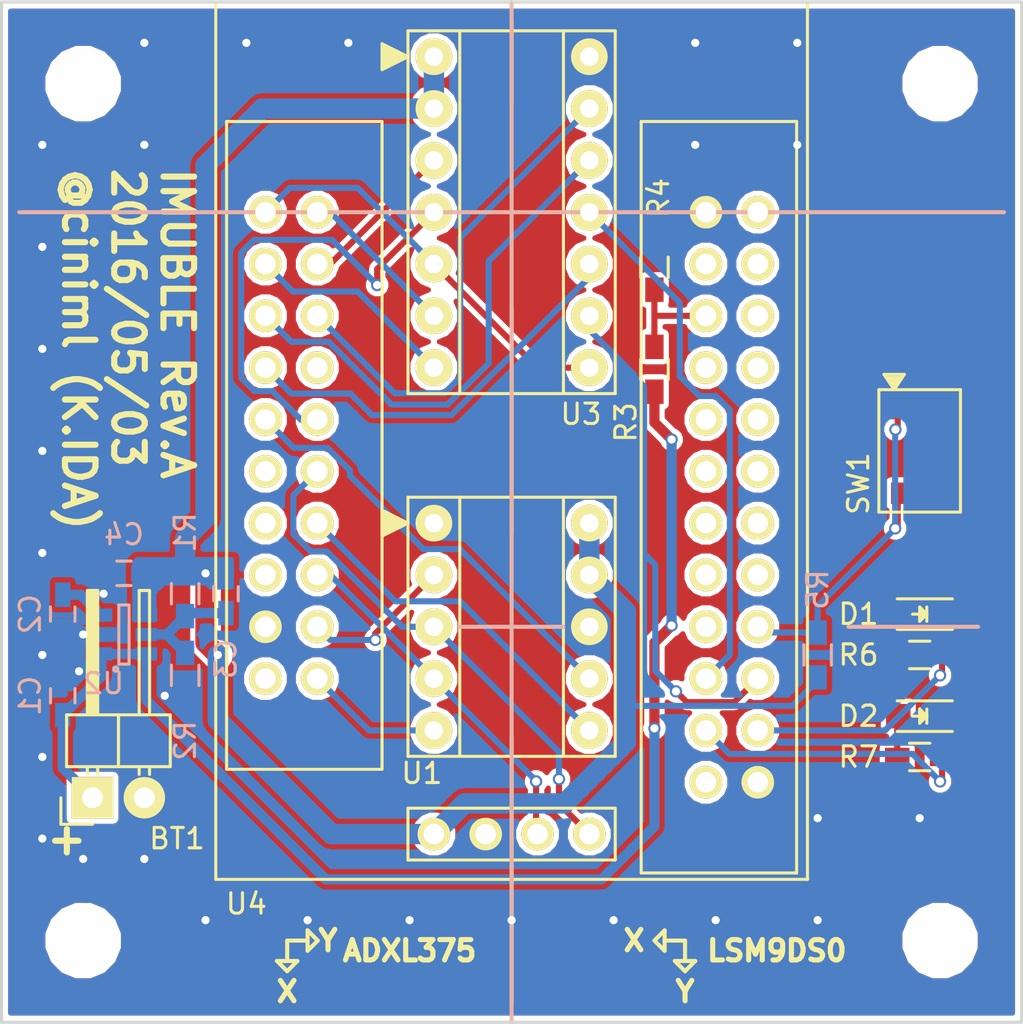
<source format=kicad_pcb>
(kicad_pcb (version 4) (host pcbnew 4.0.0-rc1-stable)

  (general
    (links 62)
    (no_connects 0)
    (area 98.235 49.015 150.975 100.075001)
    (thickness 1.6)
    (drawings 35)
    (tracks 250)
    (zones 0)
    (modules 23)
    (nets 48)
  )

  (page A4)
  (layers
    (0 F.Cu signal)
    (31 B.Cu signal)
    (32 B.Adhes user)
    (33 F.Adhes user)
    (34 B.Paste user)
    (35 F.Paste user)
    (36 B.SilkS user)
    (37 F.SilkS user)
    (38 B.Mask user)
    (39 F.Mask user)
    (40 Dwgs.User user)
    (41 Cmts.User user)
    (42 Eco1.User user)
    (43 Eco2.User user)
    (44 Edge.Cuts user)
    (45 Margin user)
    (46 B.CrtYd user)
    (47 F.CrtYd user)
    (48 B.Fab user)
    (49 F.Fab user)
  )

  (setup
    (last_trace_width 0.3)
    (user_trace_width 0.2)
    (user_trace_width 0.3)
    (user_trace_width 0.4)
    (user_trace_width 0.5)
    (user_trace_width 0.8)
    (user_trace_width 1)
    (user_trace_width 2)
    (trace_clearance 0.2)
    (zone_clearance 0.25)
    (zone_45_only no)
    (trace_min 0.2)
    (segment_width 0.2)
    (edge_width 0.15)
    (via_size 0.6)
    (via_drill 0.4)
    (via_min_size 0.4)
    (via_min_drill 0.3)
    (uvia_size 0.3)
    (uvia_drill 0.1)
    (uvias_allowed no)
    (uvia_min_size 0.2)
    (uvia_min_drill 0.1)
    (pcb_text_width 0.3)
    (pcb_text_size 1.5 1.5)
    (mod_edge_width 0.15)
    (mod_text_size 1 1)
    (mod_text_width 0.15)
    (pad_size 1.524 1.524)
    (pad_drill 0.762)
    (pad_to_mask_clearance 0.2)
    (aux_axis_origin 0 0)
    (grid_origin 100 100)
    (visible_elements 7FFFFFFF)
    (pcbplotparams
      (layerselection 0x00030_80000001)
      (usegerberextensions false)
      (excludeedgelayer true)
      (linewidth 0.100000)
      (plotframeref false)
      (viasonmask false)
      (mode 1)
      (useauxorigin false)
      (hpglpennumber 1)
      (hpglpenspeed 20)
      (hpglpendiameter 15)
      (hpglpenoverlay 2)
      (psnegative false)
      (psa4output false)
      (plotreference true)
      (plotvalue true)
      (plotinvisibletext false)
      (padsonsilk false)
      (subtractmaskfromsilk false)
      (outputformat 1)
      (mirror false)
      (drillshape 1)
      (scaleselection 1)
      (outputdirectory ""))
  )

  (net 0 "")
  (net 1 +BATT)
  (net 2 GND)
  (net 3 "Net-(C2-Pad1)")
  (net 4 +2.5V)
  (net 5 "Net-(C3-Pad2)")
  (net 6 "Net-(D1-Pad2)")
  (net 7 "Net-(D2-Pad2)")
  (net 8 "Net-(R3-Pad2)")
  (net 9 "Net-(R5-Pad2)")
  (net 10 "Net-(R6-Pad1)")
  (net 11 "Net-(R7-Pad1)")
  (net 12 /ADX_SCK)
  (net 13 /ADX_MOSI)
  (net 14 /ADX_MISO)
  (net 15 /ADX_CS)
  (net 16 /ADX_INT2)
  (net 17 /ADX_INT1)
  (net 18 /LSM_CS_G)
  (net 19 /LSM_CS_XM)
  (net 20 /LSM_MISO)
  (net 21 /LSM_MOSI)
  (net 22 /LSM_SCK)
  (net 23 /LSM_DEN)
  (net 24 /LSM_INTG)
  (net 25 /LSM_DRDY)
  (net 26 /LSM_INT1)
  (net 27 /LSM_INT2)
  (net 28 "Net-(U4-Pad4.0)")
  (net 29 "Net-(U4-Pad5.1)")
  (net 30 "Net-(U4-Pad4.1)")
  (net 31 "Net-(U4-Pad2.6)")
  (net 32 "Net-(U4-Pad2.7)")
  (net 33 "Net-(U4-Pad5.0)")
  (net 34 "Net-(U4-Pad3.0)")
  (net 35 "Net-(U4-Pad3.2)")
  (net 36 "Net-(U4-Pad3.6)")
  (net 37 "Net-(U4-PadVDDA)")
  (net 38 "Net-(U4-Pad3.7)")
  (net 39 "Net-(U4-Pad3.5)")
  (net 40 "Net-(U4-Pad3.3)")
  (net 41 "Net-(U4-Pad3.1)")
  (net 42 "Net-(U4-PadVDDD)")
  (net 43 "Net-(U4-PadXRES)")
  (net 44 "Net-(U4-Pad0.7)")
  (net 45 "Net-(U4-Pad0.6)")
  (net 46 "Net-(U4-PadVREF)")
  (net 47 "Net-(U4-Pad2.4)")

  (net_class Default "これは標準のネット クラスです。"
    (clearance 0.2)
    (trace_width 0.3)
    (via_dia 0.6)
    (via_drill 0.4)
    (uvia_dia 0.3)
    (uvia_drill 0.1)
    (add_net +2.5V)
    (add_net +BATT)
    (add_net /ADX_CS)
    (add_net /ADX_INT1)
    (add_net /ADX_INT2)
    (add_net /ADX_MISO)
    (add_net /ADX_MOSI)
    (add_net /ADX_SCK)
    (add_net /LSM_CS_G)
    (add_net /LSM_CS_XM)
    (add_net /LSM_DEN)
    (add_net /LSM_DRDY)
    (add_net /LSM_INT1)
    (add_net /LSM_INT2)
    (add_net /LSM_INTG)
    (add_net /LSM_MISO)
    (add_net /LSM_MOSI)
    (add_net /LSM_SCK)
    (add_net GND)
    (add_net "Net-(C2-Pad1)")
    (add_net "Net-(C3-Pad2)")
    (add_net "Net-(D1-Pad2)")
    (add_net "Net-(D2-Pad2)")
    (add_net "Net-(R3-Pad2)")
    (add_net "Net-(R5-Pad2)")
    (add_net "Net-(R6-Pad1)")
    (add_net "Net-(R7-Pad1)")
    (add_net "Net-(U4-Pad0.6)")
    (add_net "Net-(U4-Pad0.7)")
    (add_net "Net-(U4-Pad2.4)")
    (add_net "Net-(U4-Pad2.6)")
    (add_net "Net-(U4-Pad2.7)")
    (add_net "Net-(U4-Pad3.0)")
    (add_net "Net-(U4-Pad3.1)")
    (add_net "Net-(U4-Pad3.2)")
    (add_net "Net-(U4-Pad3.3)")
    (add_net "Net-(U4-Pad3.5)")
    (add_net "Net-(U4-Pad3.6)")
    (add_net "Net-(U4-Pad3.7)")
    (add_net "Net-(U4-Pad4.0)")
    (add_net "Net-(U4-Pad4.1)")
    (add_net "Net-(U4-Pad5.0)")
    (add_net "Net-(U4-Pad5.1)")
    (add_net "Net-(U4-PadVDDA)")
    (add_net "Net-(U4-PadVDDD)")
    (add_net "Net-(U4-PadVREF)")
    (add_net "Net-(U4-PadXRES)")
  )

  (module CypressModule:CY8CKIT-142 (layer F.Cu) (tedit 56BF670D) (tstamp 572783D0)
    (at 125 73)
    (path /571F7D26)
    (fp_text reference U4 (at -13 21.2) (layer F.SilkS)
      (effects (font (size 1 1) (thickness 0.15)))
    )
    (fp_text value CY8CKIT-142 (at -6.4 21.2) (layer F.Fab)
      (effects (font (size 1 1) (thickness 0.15)))
    )
    (fp_line (start -14.5 -23) (end -14.5 20) (layer F.SilkS) (width 0.15))
    (fp_line (start 14.5 -23) (end -14.5 -23) (layer F.SilkS) (width 0.15))
    (fp_line (start 14.5 20) (end 14.5 -23) (layer F.SilkS) (width 0.15))
    (fp_line (start -14.5 20) (end 14.5 20) (layer F.SilkS) (width 0.15))
    (fp_line (start 5.08 16.51) (end -5.08 16.51) (layer F.SilkS) (width 0.15))
    (fp_line (start 5.08 19.05) (end 5.08 16.51) (layer F.SilkS) (width 0.15))
    (fp_line (start -5.08 19.05) (end 5.08 19.05) (layer F.SilkS) (width 0.15))
    (fp_line (start -5.08 16.51) (end -5.08 19.05) (layer F.SilkS) (width 0.15))
    (fp_line (start -13.97 14.605) (end -13.97 -17.145) (layer F.SilkS) (width 0.15))
    (fp_line (start -6.35 14.605) (end -13.97 14.605) (layer F.SilkS) (width 0.15))
    (fp_line (start -6.35 -17.145) (end -6.35 14.605) (layer F.SilkS) (width 0.15))
    (fp_line (start -13.97 -17.145) (end -6.35 -17.145) (layer F.SilkS) (width 0.15))
    (fp_line (start 6.35 19.685) (end 6.35 -17.145) (layer F.SilkS) (width 0.15))
    (fp_line (start 13.97 19.685) (end 6.35 19.685) (layer F.SilkS) (width 0.15))
    (fp_line (start 13.97 -17.145) (end 13.97 19.685) (layer F.SilkS) (width 0.15))
    (fp_line (start 6.35 -17.145) (end 13.97 -17.145) (layer F.SilkS) (width 0.15))
    (fp_line (start -5.08 19.05) (end -5.08 16.51) (layer F.Fab) (width 0.15))
    (fp_line (start 5.08 19.05) (end -5.08 19.05) (layer F.Fab) (width 0.15))
    (fp_line (start 5.08 16.51) (end 5.08 19.05) (layer F.Fab) (width 0.15))
    (fp_line (start -5.08 16.51) (end 5.08 16.51) (layer F.Fab) (width 0.15))
    (fp_line (start -6.985 0) (end -8.255 0) (layer F.Fab) (width 0.15))
    (fp_line (start -6.985 -2.54) (end -6.985 0) (layer F.Fab) (width 0.15))
    (fp_line (start -8.255 -2.54) (end -6.985 -2.54) (layer F.Fab) (width 0.15))
    (fp_line (start -13.335 13.97) (end -13.335 -16.51) (layer F.Fab) (width 0.15))
    (fp_line (start -8.255 13.97) (end -13.335 13.97) (layer F.Fab) (width 0.15))
    (fp_line (start -8.255 -16.51) (end -8.255 13.97) (layer F.Fab) (width 0.15))
    (fp_line (start -13.335 -16.51) (end -8.255 -16.51) (layer F.Fab) (width 0.15))
    (fp_line (start 6.985 2.54) (end 8.255 2.54) (layer F.Fab) (width 0.15))
    (fp_line (start 6.985 0) (end 6.985 2.54) (layer F.Fab) (width 0.15))
    (fp_line (start 8.255 0) (end 6.985 0) (layer F.Fab) (width 0.15))
    (fp_line (start 8.255 19.05) (end 8.255 -16.51) (layer F.Fab) (width 0.15))
    (fp_line (start 13.335 19.05) (end 8.255 19.05) (layer F.Fab) (width 0.15))
    (fp_line (start 13.335 -16.51) (end 13.335 19.05) (layer F.Fab) (width 0.15))
    (fp_line (start 8.255 -16.51) (end 13.335 -16.51) (layer F.Fab) (width 0.15))
    (fp_line (start -14.5 -23) (end -14.5 20) (layer F.Fab) (width 0.15))
    (fp_line (start 14.5 -23) (end -14.5 -23) (layer F.Fab) (width 0.15))
    (fp_line (start 14.5 20) (end 14.5 -23) (layer F.Fab) (width 0.15))
    (fp_line (start -14.5 20) (end 14.5 20) (layer F.Fab) (width 0.15))
    (pad 4.0 thru_hole circle (at 9.525 0) (size 1.6 1.6) (drill 1) (layers *.Cu *.Mask F.SilkS)
      (net 28 "Net-(U4-Pad4.0)"))
    (pad 1.4 thru_hole circle (at -9.525 0) (size 1.6 1.6) (drill 1) (layers *.Cu *.Mask F.SilkS)
      (net 13 /ADX_MOSI))
    (pad 5.1 thru_hole circle (at 12.065 0) (size 1.6 1.6) (drill 1) (layers *.Cu *.Mask F.SilkS)
      (net 29 "Net-(U4-Pad5.1)"))
    (pad 4.1 thru_hole circle (at 9.525 2.54) (size 1.6 1.6) (drill 1) (layers *.Cu *.Mask F.SilkS)
      (net 30 "Net-(U4-Pad4.1)"))
    (pad 2.6 thru_hole circle (at 9.525 5.08) (size 1.6 1.6) (drill 1) (layers *.Cu *.Mask F.SilkS)
      (net 31 "Net-(U4-Pad2.6)"))
    (pad 2.4 thru_hole circle (at 9.525 7.62) (size 1.6 1.6) (drill 1) (layers *.Cu *.Mask F.SilkS)
      (net 47 "Net-(U4-Pad2.4)"))
    (pad 2.2 thru_hole circle (at 9.525 10.16) (size 1.6 1.6) (drill 1) (layers *.Cu *.Mask F.SilkS)
      (net 25 /LSM_DRDY))
    (pad 2.0 thru_hole circle (at 9.525 12.7) (size 1.6 1.6) (drill 1) (layers *.Cu *.Mask F.SilkS)
      (net 11 "Net-(R7-Pad1)"))
    (pad 2.1 thru_hole circle (at 12.065 12.7) (size 1.6 1.6) (drill 1) (layers *.Cu *.Mask F.SilkS)
      (net 10 "Net-(R6-Pad1)"))
    (pad 2.3 thru_hole circle (at 12.065 10.16) (size 1.6 1.6) (drill 1) (layers *.Cu *.Mask F.SilkS)
      (net 23 /LSM_DEN))
    (pad 2.5 thru_hole circle (at 12.065 7.62) (size 1.6 1.6) (drill 1) (layers *.Cu *.Mask F.SilkS)
      (net 9 "Net-(R5-Pad2)"))
    (pad 2.7 thru_hole circle (at 12.065 5.08) (size 1.6 1.6) (drill 1) (layers *.Cu *.Mask F.SilkS)
      (net 32 "Net-(U4-Pad2.7)"))
    (pad 5.0 thru_hole circle (at 12.065 2.54) (size 1.6 1.6) (drill 1) (layers *.Cu *.Mask F.SilkS)
      (net 33 "Net-(U4-Pad5.0)"))
    (pad VDDR thru_hole circle (at 9.525 15.24) (size 1.6 1.6) (drill 1) (layers *.Cu *.Mask F.SilkS))
    (pad GND thru_hole circle (at 12.065 15.24) (size 1.6 1.6) (drill 1) (layers *.Cu *.Mask F.SilkS)
      (net 2 GND))
    (pad 3.0 thru_hole circle (at 9.525 -2.54) (size 1.6 1.6) (drill 1) (layers *.Cu *.Mask F.SilkS)
      (net 34 "Net-(U4-Pad3.0)"))
    (pad 3.2 thru_hole circle (at 9.525 -5.08) (size 1.6 1.6) (drill 1) (layers *.Cu *.Mask F.SilkS)
      (net 35 "Net-(U4-Pad3.2)"))
    (pad 3.4 thru_hole circle (at 9.525 -7.62) (size 1.6 1.6) (drill 1) (layers *.Cu *.Mask F.SilkS)
      (net 8 "Net-(R3-Pad2)"))
    (pad 3.6 thru_hole circle (at 9.525 -10.16) (size 1.6 1.6) (drill 1) (layers *.Cu *.Mask F.SilkS)
      (net 36 "Net-(U4-Pad3.6)"))
    (pad GND thru_hole circle (at 9.525 -12.7) (size 1.6 1.6) (drill 1) (layers *.Cu *.Mask F.SilkS)
      (net 2 GND))
    (pad VDDA thru_hole circle (at 12.065 -12.7) (size 1.6 1.6) (drill 1) (layers *.Cu *.Mask F.SilkS)
      (net 37 "Net-(U4-PadVDDA)"))
    (pad 3.7 thru_hole circle (at 12.065 -10.16) (size 1.6 1.6) (drill 1) (layers *.Cu *.Mask F.SilkS)
      (net 38 "Net-(U4-Pad3.7)"))
    (pad 3.5 thru_hole circle (at 12.065 -7.62) (size 1.6 1.6) (drill 1) (layers *.Cu *.Mask F.SilkS)
      (net 39 "Net-(U4-Pad3.5)"))
    (pad 3.3 thru_hole circle (at 12.065 -5.08) (size 1.6 1.6) (drill 1) (layers *.Cu *.Mask F.SilkS)
      (net 40 "Net-(U4-Pad3.3)"))
    (pad 3.1 thru_hole circle (at 12.065 -2.54) (size 1.6 1.6) (drill 1) (layers *.Cu *.Mask F.SilkS)
      (net 41 "Net-(U4-Pad3.1)"))
    (pad 1.3 thru_hole circle (at -9.525 2.54) (size 1.6 1.6) (drill 1) (layers *.Cu *.Mask F.SilkS)
      (net 16 /ADX_INT2))
    (pad 1.5 thru_hole circle (at -9.525 5.08) (size 1.6 1.6) (drill 1) (layers *.Cu *.Mask F.SilkS)
      (net 14 /ADX_MISO))
    (pad 1.7 thru_hole circle (at -9.525 7.62) (size 1.6 1.6) (drill 1) (layers *.Cu *.Mask F.SilkS)
      (net 12 /ADX_SCK))
    (pad 1.6 thru_hole circle (at -9.525 10.16) (size 1.6 1.6) (drill 1) (layers *.Cu *.Mask F.SilkS)
      (net 15 /ADX_CS))
    (pad VDDD thru_hole circle (at -12.065 10.16) (size 1.6 1.6) (drill 1) (layers *.Cu *.Mask F.SilkS)
      (net 42 "Net-(U4-PadVDDD)"))
    (pad GND thru_hole circle (at -12.065 7.62) (size 1.6 1.6) (drill 1) (layers *.Cu *.Mask F.SilkS)
      (net 2 GND))
    (pad XRES thru_hole circle (at -12.065 5.08) (size 1.6 1.6) (drill 1) (layers *.Cu *.Mask F.SilkS)
      (net 43 "Net-(U4-PadXRES)"))
    (pad 0.7 thru_hole circle (at -12.065 2.54) (size 1.6 1.6) (drill 1) (layers *.Cu *.Mask F.SilkS)
      (net 44 "Net-(U4-Pad0.7)"))
    (pad 0.6 thru_hole circle (at -12.065 0) (size 1.6 1.6) (drill 1) (layers *.Cu *.Mask F.SilkS)
      (net 45 "Net-(U4-Pad0.6)"))
    (pad 1.2 thru_hole circle (at -12.065 -2.54) (size 1.6 1.6) (drill 1) (layers *.Cu *.Mask F.SilkS)
      (net 17 /ADX_INT1))
    (pad 1.1 thru_hole circle (at -9.525 -2.54) (size 1.6 1.6) (drill 1) (layers *.Cu *.Mask F.SilkS)
      (net 19 /LSM_CS_XM))
    (pad VREF thru_hole circle (at -9.525 -5.08) (size 1.6 1.6) (drill 1) (layers *.Cu *.Mask F.SilkS)
      (net 46 "Net-(U4-PadVREF)"))
    (pad 0.4 thru_hole circle (at -9.525 -7.62) (size 1.6 1.6) (drill 1) (layers *.Cu *.Mask F.SilkS)
      (net 27 /LSM_INT2))
    (pad 0.2 thru_hole circle (at -9.525 -10.16) (size 1.6 1.6) (drill 1) (layers *.Cu *.Mask F.SilkS)
      (net 18 /LSM_CS_G))
    (pad 0.0 thru_hole circle (at -9.525 -12.7) (size 1.6 1.6) (drill 1) (layers *.Cu *.Mask F.SilkS)
      (net 21 /LSM_MOSI))
    (pad 0.1 thru_hole circle (at -12.065 -12.7) (size 1.6 1.6) (drill 1) (layers *.Cu *.Mask F.SilkS)
      (net 20 /LSM_MISO))
    (pad 0.3 thru_hole circle (at -12.065 -10.16) (size 1.6 1.6) (drill 1) (layers *.Cu *.Mask F.SilkS)
      (net 22 /LSM_SCK))
    (pad 0.5 thru_hole circle (at -12.065 -7.62) (size 1.6 1.6) (drill 1) (layers *.Cu *.Mask F.SilkS)
      (net 26 /LSM_INT1))
    (pad 1.0 thru_hole circle (at -12.065 -5.08) (size 1.6 1.6) (drill 1) (layers *.Cu *.Mask F.SilkS)
      (net 24 /LSM_INTG))
    (pad GND thru_hole circle (at -1.27 17.78) (size 1.6 1.6) (drill 1) (layers *.Cu *.Mask F.SilkS)
      (net 2 GND))
    (pad 1.5 thru_hole circle (at 1.27 17.78) (size 1.6 1.6) (drill 1) (layers *.Cu *.Mask F.SilkS)
      (net 14 /ADX_MISO))
    (pad 1.4 thru_hole circle (at 3.81 17.78) (size 1.6 1.6) (drill 1) (layers *.Cu *.Mask F.SilkS)
      (net 13 /ADX_MOSI))
    (pad VDD thru_hole circle (at -3.81 17.78) (size 1.6 1.6) (drill 1) (layers *.Cu *.Mask F.SilkS)
      (net 4 +2.5V))
  )

  (module components:NPTH-M3 locked (layer F.Cu) (tedit 57279B98) (tstamp 572796CB)
    (at 146 54)
    (fp_text reference MH1 (at 0 2.54) (layer F.SilkS) hide
      (effects (font (size 1 1) (thickness 0.15)))
    )
    (fp_text value NPTH-M3 (at 0 -2.54) (layer F.Fab) hide
      (effects (font (size 1 1) (thickness 0.15)))
    )
    (pad "" np_thru_hole circle (at 0 0) (size 3.2 3.2) (drill 3.2) (layers *.Cu *.Mask F.SilkS))
  )

  (module components:NPTH-M3 locked (layer F.Cu) (tedit 57279BA2) (tstamp 572796C6)
    (at 104 54)
    (fp_text reference MH4 (at 0 2.54) (layer F.SilkS) hide
      (effects (font (size 1 1) (thickness 0.15)))
    )
    (fp_text value NPTH-M3 (at 0 -2.54) (layer F.Fab) hide
      (effects (font (size 1 1) (thickness 0.15)))
    )
    (pad "" np_thru_hole circle (at 0 0) (size 3.2 3.2) (drill 3.2) (layers *.Cu *.Mask F.SilkS))
  )

  (module components:NPTH-M3 locked (layer F.Cu) (tedit 57279B9D) (tstamp 572796BF)
    (at 104 96)
    (fp_text reference MH3 (at 0 2.54) (layer F.SilkS) hide
      (effects (font (size 1 1) (thickness 0.15)))
    )
    (fp_text value NPTH-M3 (at 0 -2.54) (layer F.Fab) hide
      (effects (font (size 1 1) (thickness 0.15)))
    )
    (pad "" np_thru_hole circle (at 0 0) (size 3.2 3.2) (drill 3.2) (layers *.Cu *.Mask F.SilkS))
  )

  (module Capacitors_SMD:C_0603_HandSoldering (layer B.Cu) (tedit 5727B1B3) (tstamp 57278322)
    (at 103 84 90)
    (descr "Capacitor SMD 0603, hand soldering")
    (tags "capacitor 0603")
    (path /5723B5A0)
    (attr smd)
    (fp_text reference C1 (at 0 -1.6 90) (layer B.SilkS)
      (effects (font (size 1 1) (thickness 0.15)) (justify mirror))
    )
    (fp_text value 100n (at 0 -1.9 90) (layer B.Fab) hide
      (effects (font (size 1 1) (thickness 0.15)) (justify mirror))
    )
    (fp_line (start -1.85 0.75) (end 1.85 0.75) (layer B.CrtYd) (width 0.05))
    (fp_line (start -1.85 -0.75) (end 1.85 -0.75) (layer B.CrtYd) (width 0.05))
    (fp_line (start -1.85 0.75) (end -1.85 -0.75) (layer B.CrtYd) (width 0.05))
    (fp_line (start 1.85 0.75) (end 1.85 -0.75) (layer B.CrtYd) (width 0.05))
    (fp_line (start -0.35 0.6) (end 0.35 0.6) (layer B.SilkS) (width 0.15))
    (fp_line (start 0.35 -0.6) (end -0.35 -0.6) (layer B.SilkS) (width 0.15))
    (pad 1 smd rect (at -0.95 0 90) (size 1.2 0.75) (layers B.Cu B.Paste B.Mask)
      (net 1 +BATT))
    (pad 2 smd rect (at 0.95 0 90) (size 1.2 0.75) (layers B.Cu B.Paste B.Mask)
      (net 2 GND))
    (model Capacitors_SMD.3dshapes/C_0603_HandSoldering.wrl
      (at (xyz 0 0 0))
      (scale (xyz 1 1 1))
      (rotate (xyz 0 0 0))
    )
  )

  (module Capacitors_SMD:C_0603_HandSoldering (layer B.Cu) (tedit 5727B1C3) (tstamp 57278328)
    (at 103 80 270)
    (descr "Capacitor SMD 0603, hand soldering")
    (tags "capacitor 0603")
    (path /5723B6FF)
    (attr smd)
    (fp_text reference C2 (at 0 1.6 270) (layer B.SilkS)
      (effects (font (size 1 1) (thickness 0.15)) (justify mirror))
    )
    (fp_text value 10n (at 0 -1.9 270) (layer B.Fab) hide
      (effects (font (size 1 1) (thickness 0.15)) (justify mirror))
    )
    (fp_line (start -1.85 0.75) (end 1.85 0.75) (layer B.CrtYd) (width 0.05))
    (fp_line (start -1.85 -0.75) (end 1.85 -0.75) (layer B.CrtYd) (width 0.05))
    (fp_line (start -1.85 0.75) (end -1.85 -0.75) (layer B.CrtYd) (width 0.05))
    (fp_line (start 1.85 0.75) (end 1.85 -0.75) (layer B.CrtYd) (width 0.05))
    (fp_line (start -0.35 0.6) (end 0.35 0.6) (layer B.SilkS) (width 0.15))
    (fp_line (start 0.35 -0.6) (end -0.35 -0.6) (layer B.SilkS) (width 0.15))
    (pad 1 smd rect (at -0.95 0 270) (size 1.2 0.75) (layers B.Cu B.Paste B.Mask)
      (net 3 "Net-(C2-Pad1)"))
    (pad 2 smd rect (at 0.95 0 270) (size 1.2 0.75) (layers B.Cu B.Paste B.Mask)
      (net 2 GND))
    (model Capacitors_SMD.3dshapes/C_0603_HandSoldering.wrl
      (at (xyz 0 0 0))
      (scale (xyz 1 1 1))
      (rotate (xyz 0 0 0))
    )
  )

  (module Capacitors_SMD:C_0603_HandSoldering (layer B.Cu) (tedit 5727B1CA) (tstamp 5727832E)
    (at 111 79 270)
    (descr "Capacitor SMD 0603, hand soldering")
    (tags "capacitor 0603")
    (path /5723B62D)
    (attr smd)
    (fp_text reference C3 (at 3.2 0 270) (layer B.SilkS)
      (effects (font (size 1 1) (thickness 0.15)) (justify mirror))
    )
    (fp_text value 100p (at 0 -1.9 270) (layer B.Fab) hide
      (effects (font (size 1 1) (thickness 0.15)) (justify mirror))
    )
    (fp_line (start -1.85 0.75) (end 1.85 0.75) (layer B.CrtYd) (width 0.05))
    (fp_line (start -1.85 -0.75) (end 1.85 -0.75) (layer B.CrtYd) (width 0.05))
    (fp_line (start -1.85 0.75) (end -1.85 -0.75) (layer B.CrtYd) (width 0.05))
    (fp_line (start 1.85 0.75) (end 1.85 -0.75) (layer B.CrtYd) (width 0.05))
    (fp_line (start -0.35 0.6) (end 0.35 0.6) (layer B.SilkS) (width 0.15))
    (fp_line (start 0.35 -0.6) (end -0.35 -0.6) (layer B.SilkS) (width 0.15))
    (pad 1 smd rect (at -0.95 0 270) (size 1.2 0.75) (layers B.Cu B.Paste B.Mask)
      (net 4 +2.5V))
    (pad 2 smd rect (at 0.95 0 270) (size 1.2 0.75) (layers B.Cu B.Paste B.Mask)
      (net 5 "Net-(C3-Pad2)"))
    (model Capacitors_SMD.3dshapes/C_0603_HandSoldering.wrl
      (at (xyz 0 0 0))
      (scale (xyz 1 1 1))
      (rotate (xyz 0 0 0))
    )
  )

  (module Capacitors_SMD:C_0603_HandSoldering (layer B.Cu) (tedit 5727B1C0) (tstamp 57278334)
    (at 106 78 180)
    (descr "Capacitor SMD 0603, hand soldering")
    (tags "capacitor 0603")
    (path /572441A7)
    (attr smd)
    (fp_text reference C4 (at 0 1.9 180) (layer B.SilkS)
      (effects (font (size 1 1) (thickness 0.15)) (justify mirror))
    )
    (fp_text value 1u (at 0 -1.9 180) (layer B.Fab) hide
      (effects (font (size 1 1) (thickness 0.15)) (justify mirror))
    )
    (fp_line (start -1.85 0.75) (end 1.85 0.75) (layer B.CrtYd) (width 0.05))
    (fp_line (start -1.85 -0.75) (end 1.85 -0.75) (layer B.CrtYd) (width 0.05))
    (fp_line (start -1.85 0.75) (end -1.85 -0.75) (layer B.CrtYd) (width 0.05))
    (fp_line (start 1.85 0.75) (end 1.85 -0.75) (layer B.CrtYd) (width 0.05))
    (fp_line (start -0.35 0.6) (end 0.35 0.6) (layer B.SilkS) (width 0.15))
    (fp_line (start 0.35 -0.6) (end -0.35 -0.6) (layer B.SilkS) (width 0.15))
    (pad 1 smd rect (at -0.95 0 180) (size 1.2 0.75) (layers B.Cu B.Paste B.Mask)
      (net 4 +2.5V))
    (pad 2 smd rect (at 0.95 0 180) (size 1.2 0.75) (layers B.Cu B.Paste B.Mask)
      (net 2 GND))
    (model Capacitors_SMD.3dshapes/C_0603_HandSoldering.wrl
      (at (xyz 0 0 0))
      (scale (xyz 1 1 1))
      (rotate (xyz 0 0 0))
    )
  )

  (module LEDs:LED_0805 (layer F.Cu) (tedit 55BDE1C2) (tstamp 5727833A)
    (at 145 80 180)
    (descr "LED 0805 smd package")
    (tags "LED 0805 SMD")
    (path /5724509D)
    (attr smd)
    (fp_text reference D1 (at 3 0 180) (layer F.SilkS)
      (effects (font (size 1 1) (thickness 0.15)))
    )
    (fp_text value RED (at -3 -1 270) (layer F.Fab)
      (effects (font (size 1 1) (thickness 0.15)))
    )
    (fp_line (start -1.6 0.75) (end 1.1 0.75) (layer F.SilkS) (width 0.15))
    (fp_line (start -1.6 -0.75) (end 1.1 -0.75) (layer F.SilkS) (width 0.15))
    (fp_line (start -0.1 0.15) (end -0.1 -0.1) (layer F.SilkS) (width 0.15))
    (fp_line (start -0.1 -0.1) (end -0.25 0.05) (layer F.SilkS) (width 0.15))
    (fp_line (start -0.35 -0.35) (end -0.35 0.35) (layer F.SilkS) (width 0.15))
    (fp_line (start 0 0) (end 0.35 0) (layer F.SilkS) (width 0.15))
    (fp_line (start -0.35 0) (end 0 -0.35) (layer F.SilkS) (width 0.15))
    (fp_line (start 0 -0.35) (end 0 0.35) (layer F.SilkS) (width 0.15))
    (fp_line (start 0 0.35) (end -0.35 0) (layer F.SilkS) (width 0.15))
    (fp_line (start 1.9 -0.95) (end 1.9 0.95) (layer F.CrtYd) (width 0.05))
    (fp_line (start 1.9 0.95) (end -1.9 0.95) (layer F.CrtYd) (width 0.05))
    (fp_line (start -1.9 0.95) (end -1.9 -0.95) (layer F.CrtYd) (width 0.05))
    (fp_line (start -1.9 -0.95) (end 1.9 -0.95) (layer F.CrtYd) (width 0.05))
    (pad 2 smd rect (at 1.04902 0) (size 1.19888 1.19888) (layers F.Cu F.Paste F.Mask)
      (net 6 "Net-(D1-Pad2)"))
    (pad 1 smd rect (at -1.04902 0) (size 1.19888 1.19888) (layers F.Cu F.Paste F.Mask)
      (net 2 GND))
    (model LEDs.3dshapes/LED_0805.wrl
      (at (xyz 0 0 0))
      (scale (xyz 1 1 1))
      (rotate (xyz 0 0 0))
    )
  )

  (module LEDs:LED_0805 (layer F.Cu) (tedit 55BDE1C2) (tstamp 57278340)
    (at 145 85 180)
    (descr "LED 0805 smd package")
    (tags "LED 0805 SMD")
    (path /572458A6)
    (attr smd)
    (fp_text reference D2 (at 3 0 180) (layer F.SilkS)
      (effects (font (size 1 1) (thickness 0.15)))
    )
    (fp_text value GREEN (at -3 -1 270) (layer F.Fab)
      (effects (font (size 1 1) (thickness 0.15)))
    )
    (fp_line (start -1.6 0.75) (end 1.1 0.75) (layer F.SilkS) (width 0.15))
    (fp_line (start -1.6 -0.75) (end 1.1 -0.75) (layer F.SilkS) (width 0.15))
    (fp_line (start -0.1 0.15) (end -0.1 -0.1) (layer F.SilkS) (width 0.15))
    (fp_line (start -0.1 -0.1) (end -0.25 0.05) (layer F.SilkS) (width 0.15))
    (fp_line (start -0.35 -0.35) (end -0.35 0.35) (layer F.SilkS) (width 0.15))
    (fp_line (start 0 0) (end 0.35 0) (layer F.SilkS) (width 0.15))
    (fp_line (start -0.35 0) (end 0 -0.35) (layer F.SilkS) (width 0.15))
    (fp_line (start 0 -0.35) (end 0 0.35) (layer F.SilkS) (width 0.15))
    (fp_line (start 0 0.35) (end -0.35 0) (layer F.SilkS) (width 0.15))
    (fp_line (start 1.9 -0.95) (end 1.9 0.95) (layer F.CrtYd) (width 0.05))
    (fp_line (start 1.9 0.95) (end -1.9 0.95) (layer F.CrtYd) (width 0.05))
    (fp_line (start -1.9 0.95) (end -1.9 -0.95) (layer F.CrtYd) (width 0.05))
    (fp_line (start -1.9 -0.95) (end 1.9 -0.95) (layer F.CrtYd) (width 0.05))
    (pad 2 smd rect (at 1.04902 0) (size 1.19888 1.19888) (layers F.Cu F.Paste F.Mask)
      (net 7 "Net-(D2-Pad2)"))
    (pad 1 smd rect (at -1.04902 0) (size 1.19888 1.19888) (layers F.Cu F.Paste F.Mask)
      (net 2 GND))
    (model LEDs.3dshapes/LED_0805.wrl
      (at (xyz 0 0 0))
      (scale (xyz 1 1 1))
      (rotate (xyz 0 0 0))
    )
  )

  (module Resistors_SMD:R_0603_HandSoldering (layer B.Cu) (tedit 5727B1C7) (tstamp 57278346)
    (at 109 79 270)
    (descr "Resistor SMD 0603, hand soldering")
    (tags "resistor 0603")
    (path /5723B675)
    (attr smd)
    (fp_text reference R1 (at -3 0 270) (layer B.SilkS)
      (effects (font (size 1 1) (thickness 0.15)) (justify mirror))
    )
    (fp_text value 10k (at 0 -1.9 270) (layer B.Fab) hide
      (effects (font (size 1 1) (thickness 0.15)) (justify mirror))
    )
    (fp_line (start -2 0.8) (end 2 0.8) (layer B.CrtYd) (width 0.05))
    (fp_line (start -2 -0.8) (end 2 -0.8) (layer B.CrtYd) (width 0.05))
    (fp_line (start -2 0.8) (end -2 -0.8) (layer B.CrtYd) (width 0.05))
    (fp_line (start 2 0.8) (end 2 -0.8) (layer B.CrtYd) (width 0.05))
    (fp_line (start 0.5 -0.675) (end -0.5 -0.675) (layer B.SilkS) (width 0.15))
    (fp_line (start -0.5 0.675) (end 0.5 0.675) (layer B.SilkS) (width 0.15))
    (pad 1 smd rect (at -1.1 0 270) (size 1.2 0.9) (layers B.Cu B.Paste B.Mask)
      (net 4 +2.5V))
    (pad 2 smd rect (at 1.1 0 270) (size 1.2 0.9) (layers B.Cu B.Paste B.Mask)
      (net 5 "Net-(C3-Pad2)"))
    (model Resistors_SMD.3dshapes/R_0603_HandSoldering.wrl
      (at (xyz 0 0 0))
      (scale (xyz 1 1 1))
      (rotate (xyz 0 0 0))
    )
  )

  (module Resistors_SMD:R_0603_HandSoldering (layer B.Cu) (tedit 5727B1B7) (tstamp 5727834C)
    (at 109 83 270)
    (descr "Resistor SMD 0603, hand soldering")
    (tags "resistor 0603")
    (path /5723B6CA)
    (attr smd)
    (fp_text reference R2 (at 3.2 0 270) (layer B.SilkS)
      (effects (font (size 1 1) (thickness 0.15)) (justify mirror))
    )
    (fp_text value 10k (at 0 -1.9 270) (layer B.Fab) hide
      (effects (font (size 1 1) (thickness 0.15)) (justify mirror))
    )
    (fp_line (start -2 0.8) (end 2 0.8) (layer B.CrtYd) (width 0.05))
    (fp_line (start -2 -0.8) (end 2 -0.8) (layer B.CrtYd) (width 0.05))
    (fp_line (start -2 0.8) (end -2 -0.8) (layer B.CrtYd) (width 0.05))
    (fp_line (start 2 0.8) (end 2 -0.8) (layer B.CrtYd) (width 0.05))
    (fp_line (start 0.5 -0.675) (end -0.5 -0.675) (layer B.SilkS) (width 0.15))
    (fp_line (start -0.5 0.675) (end 0.5 0.675) (layer B.SilkS) (width 0.15))
    (pad 1 smd rect (at -1.1 0 270) (size 1.2 0.9) (layers B.Cu B.Paste B.Mask)
      (net 5 "Net-(C3-Pad2)"))
    (pad 2 smd rect (at 1.1 0 270) (size 1.2 0.9) (layers B.Cu B.Paste B.Mask)
      (net 2 GND))
    (model Resistors_SMD.3dshapes/R_0603_HandSoldering.wrl
      (at (xyz 0 0 0))
      (scale (xyz 1 1 1))
      (rotate (xyz 0 0 0))
    )
  )

  (module Resistors_SMD:R_0603_HandSoldering (layer F.Cu) (tedit 5418A00F) (tstamp 57278352)
    (at 132 68 90)
    (descr "Resistor SMD 0603, hand soldering")
    (tags "resistor 0603")
    (path /57246B95)
    (attr smd)
    (fp_text reference R3 (at -2.6 -1.4 90) (layer F.SilkS)
      (effects (font (size 1 1) (thickness 0.15)))
    )
    (fp_text value 2k (at 0 1.9 90) (layer F.Fab)
      (effects (font (size 1 1) (thickness 0.15)))
    )
    (fp_line (start -2 -0.8) (end 2 -0.8) (layer F.CrtYd) (width 0.05))
    (fp_line (start -2 0.8) (end 2 0.8) (layer F.CrtYd) (width 0.05))
    (fp_line (start -2 -0.8) (end -2 0.8) (layer F.CrtYd) (width 0.05))
    (fp_line (start 2 -0.8) (end 2 0.8) (layer F.CrtYd) (width 0.05))
    (fp_line (start 0.5 0.675) (end -0.5 0.675) (layer F.SilkS) (width 0.15))
    (fp_line (start -0.5 -0.675) (end 0.5 -0.675) (layer F.SilkS) (width 0.15))
    (pad 1 smd rect (at -1.1 0 90) (size 1.2 0.9) (layers F.Cu F.Paste F.Mask)
      (net 1 +BATT))
    (pad 2 smd rect (at 1.1 0 90) (size 1.2 0.9) (layers F.Cu F.Paste F.Mask)
      (net 8 "Net-(R3-Pad2)"))
    (model Resistors_SMD.3dshapes/R_0603_HandSoldering.wrl
      (at (xyz 0 0 0))
      (scale (xyz 1 1 1))
      (rotate (xyz 0 0 0))
    )
  )

  (module Resistors_SMD:R_0603_HandSoldering (layer F.Cu) (tedit 5418A00F) (tstamp 57278358)
    (at 132 63 90)
    (descr "Resistor SMD 0603, hand soldering")
    (tags "resistor 0603")
    (path /57246BED)
    (attr smd)
    (fp_text reference R4 (at 3.4 0.2 90) (layer F.SilkS)
      (effects (font (size 1 1) (thickness 0.15)))
    )
    (fp_text value 1k (at 0 1.9 90) (layer F.Fab)
      (effects (font (size 1 1) (thickness 0.15)))
    )
    (fp_line (start -2 -0.8) (end 2 -0.8) (layer F.CrtYd) (width 0.05))
    (fp_line (start -2 0.8) (end 2 0.8) (layer F.CrtYd) (width 0.05))
    (fp_line (start -2 -0.8) (end -2 0.8) (layer F.CrtYd) (width 0.05))
    (fp_line (start 2 -0.8) (end 2 0.8) (layer F.CrtYd) (width 0.05))
    (fp_line (start 0.5 0.675) (end -0.5 0.675) (layer F.SilkS) (width 0.15))
    (fp_line (start -0.5 -0.675) (end 0.5 -0.675) (layer F.SilkS) (width 0.15))
    (pad 1 smd rect (at -1.1 0 90) (size 1.2 0.9) (layers F.Cu F.Paste F.Mask)
      (net 8 "Net-(R3-Pad2)"))
    (pad 2 smd rect (at 1.1 0 90) (size 1.2 0.9) (layers F.Cu F.Paste F.Mask)
      (net 2 GND))
    (model Resistors_SMD.3dshapes/R_0603_HandSoldering.wrl
      (at (xyz 0 0 0))
      (scale (xyz 1 1 1))
      (rotate (xyz 0 0 0))
    )
  )

  (module Resistors_SMD:R_0603_HandSoldering (layer B.Cu) (tedit 57279318) (tstamp 5727835E)
    (at 140 82 90)
    (descr "Resistor SMD 0603, hand soldering")
    (tags "resistor 0603")
    (path /57247F7A)
    (attr smd)
    (fp_text reference R5 (at 3.2 0 90) (layer B.SilkS)
      (effects (font (size 1 1) (thickness 0.15)) (justify mirror))
    )
    (fp_text value 10k (at 0 0 90) (layer B.Fab) hide
      (effects (font (size 1 1) (thickness 0.15)) (justify mirror))
    )
    (fp_line (start -2 0.8) (end 2 0.8) (layer B.CrtYd) (width 0.05))
    (fp_line (start -2 -0.8) (end 2 -0.8) (layer B.CrtYd) (width 0.05))
    (fp_line (start -2 0.8) (end -2 -0.8) (layer B.CrtYd) (width 0.05))
    (fp_line (start 2 0.8) (end 2 -0.8) (layer B.CrtYd) (width 0.05))
    (fp_line (start 0.5 -0.675) (end -0.5 -0.675) (layer B.SilkS) (width 0.15))
    (fp_line (start -0.5 0.675) (end 0.5 0.675) (layer B.SilkS) (width 0.15))
    (pad 1 smd rect (at -1.1 0 90) (size 1.2 0.9) (layers B.Cu B.Paste B.Mask)
      (net 4 +2.5V))
    (pad 2 smd rect (at 1.1 0 90) (size 1.2 0.9) (layers B.Cu B.Paste B.Mask)
      (net 9 "Net-(R5-Pad2)"))
    (model Resistors_SMD.3dshapes/R_0603_HandSoldering.wrl
      (at (xyz 0 0 0))
      (scale (xyz 1 1 1))
      (rotate (xyz 0 0 0))
    )
  )

  (module Resistors_SMD:R_0603_HandSoldering (layer F.Cu) (tedit 57279384) (tstamp 57278364)
    (at 145 82 180)
    (descr "Resistor SMD 0603, hand soldering")
    (tags "resistor 0603")
    (path /57245F0A)
    (attr smd)
    (fp_text reference R6 (at 3 0 180) (layer F.SilkS)
      (effects (font (size 1 1) (thickness 0.15)))
    )
    (fp_text value 470 (at 0 0 180) (layer F.Fab) hide
      (effects (font (size 1 1) (thickness 0.15)))
    )
    (fp_line (start -2 -0.8) (end 2 -0.8) (layer F.CrtYd) (width 0.05))
    (fp_line (start -2 0.8) (end 2 0.8) (layer F.CrtYd) (width 0.05))
    (fp_line (start -2 -0.8) (end -2 0.8) (layer F.CrtYd) (width 0.05))
    (fp_line (start 2 -0.8) (end 2 0.8) (layer F.CrtYd) (width 0.05))
    (fp_line (start 0.5 0.675) (end -0.5 0.675) (layer F.SilkS) (width 0.15))
    (fp_line (start -0.5 -0.675) (end 0.5 -0.675) (layer F.SilkS) (width 0.15))
    (pad 1 smd rect (at -1.1 0 180) (size 1.2 0.9) (layers F.Cu F.Paste F.Mask)
      (net 10 "Net-(R6-Pad1)"))
    (pad 2 smd rect (at 1.1 0 180) (size 1.2 0.9) (layers F.Cu F.Paste F.Mask)
      (net 6 "Net-(D1-Pad2)"))
    (model Resistors_SMD.3dshapes/R_0603_HandSoldering.wrl
      (at (xyz 0 0 0))
      (scale (xyz 1 1 1))
      (rotate (xyz 0 0 0))
    )
  )

  (module Resistors_SMD:R_0603_HandSoldering (layer F.Cu) (tedit 57279363) (tstamp 5727836A)
    (at 145 87 180)
    (descr "Resistor SMD 0603, hand soldering")
    (tags "resistor 0603")
    (path /57246072)
    (attr smd)
    (fp_text reference R7 (at 3 0 180) (layer F.SilkS)
      (effects (font (size 1 1) (thickness 0.15)))
    )
    (fp_text value 470 (at 0 0 180) (layer F.Fab) hide
      (effects (font (size 1 1) (thickness 0.15)))
    )
    (fp_line (start -2 -0.8) (end 2 -0.8) (layer F.CrtYd) (width 0.05))
    (fp_line (start -2 0.8) (end 2 0.8) (layer F.CrtYd) (width 0.05))
    (fp_line (start -2 -0.8) (end -2 0.8) (layer F.CrtYd) (width 0.05))
    (fp_line (start 2 -0.8) (end 2 0.8) (layer F.CrtYd) (width 0.05))
    (fp_line (start 0.5 0.675) (end -0.5 0.675) (layer F.SilkS) (width 0.15))
    (fp_line (start -0.5 -0.675) (end 0.5 -0.675) (layer F.SilkS) (width 0.15))
    (pad 1 smd rect (at -1.1 0 180) (size 1.2 0.9) (layers F.Cu F.Paste F.Mask)
      (net 11 "Net-(R7-Pad1)"))
    (pad 2 smd rect (at 1.1 0 180) (size 1.2 0.9) (layers F.Cu F.Paste F.Mask)
      (net 7 "Net-(D2-Pad2)"))
    (model Resistors_SMD.3dshapes/R_0603_HandSoldering.wrl
      (at (xyz 0 0 0))
      (scale (xyz 1 1 1))
      (rotate (xyz 0 0 0))
    )
  )

  (module components:SKRPACE010 (layer F.Cu) (tedit 57279308) (tstamp 57278372)
    (at 145 72 90)
    (path /572476FC)
    (fp_text reference SW1 (at -1.6 -3 90) (layer F.SilkS)
      (effects (font (size 1 1) (thickness 0.15)))
    )
    (fp_text value SKWPACE010 (at 5.2 -3 90) (layer F.Fab) hide
      (effects (font (size 1 1) (thickness 0.15)))
    )
    (fp_line (start 3.2 -1.3) (end 3.2 -1.2) (layer F.SilkS) (width 0.15))
    (fp_line (start 3.3 -1.1) (end 3.3 -1.4) (layer F.SilkS) (width 0.15))
    (fp_line (start 3.4 -1.4) (end 3.4 -1.1) (layer F.SilkS) (width 0.15))
    (fp_line (start 3.5 -1) (end 3.5 -1.5) (layer F.SilkS) (width 0.15))
    (fp_line (start 3.6 -1.6) (end 3.6 -0.9) (layer F.SilkS) (width 0.15))
    (fp_line (start 3.75 -0.75) (end 3 -1.25) (layer F.SilkS) (width 0.15))
    (fp_line (start 3.75 -1.75) (end 3.75 -0.75) (layer F.SilkS) (width 0.15))
    (fp_line (start 3 -1.25) (end 3.75 -1.75) (layer F.SilkS) (width 0.15))
    (fp_line (start -3 2) (end -3 -2) (layer F.SilkS) (width 0.15))
    (fp_line (start 3 2) (end -3 2) (layer F.SilkS) (width 0.15))
    (fp_line (start 3 -2) (end 3 2) (layer F.SilkS) (width 0.15))
    (fp_line (start -3 -2) (end 3 -2) (layer F.SilkS) (width 0.15))
    (fp_line (start -2.1 1.35) (end -2.1 -1.35) (layer F.Fab) (width 0.15))
    (fp_line (start 2.1 1.35) (end -2.1 1.35) (layer F.Fab) (width 0.15))
    (fp_line (start 2.1 -1.35) (end 2.1 1.35) (layer F.Fab) (width 0.15))
    (fp_line (start -2.1 -1.35) (end 2.1 -1.35) (layer F.Fab) (width 0.15))
    (pad 2 smd rect (at 2.075 1.075 90) (size 1.05 0.65) (layers F.Cu F.Paste F.Mask)
      (net 2 GND))
    (pad 2 smd rect (at -2.075 1.075 90) (size 1.05 0.65) (layers F.Cu F.Paste F.Mask)
      (net 2 GND))
    (pad 1 smd rect (at 2.075 -1.075 90) (size 1.05 0.65) (layers F.Cu F.Paste F.Mask)
      (net 9 "Net-(R5-Pad2)"))
    (pad 1 smd rect (at -2.075 -1.075 90) (size 1.05 0.65) (layers F.Cu F.Paste F.Mask)
      (net 9 "Net-(R5-Pad2)"))
  )

  (module components:ST_ADXL375 (layer F.Cu) (tedit 57278019) (tstamp 57278380)
    (at 125 80.62)
    (path /5723ADC9)
    (fp_text reference U1 (at -4.4 7.18) (layer F.SilkS)
      (effects (font (size 1 1) (thickness 0.15)))
    )
    (fp_text value SL_ADXL375 (at 0 -0.02 90) (layer F.Fab)
      (effects (font (size 1 1) (thickness 0.15)))
    )
    (fp_line (start -5.334 -4.953) (end -5.334 -5.207) (layer F.SilkS) (width 0.15))
    (fp_line (start -5.461 -5.207) (end -5.461 -4.953) (layer F.SilkS) (width 0.15))
    (fp_line (start -5.588 -4.826) (end -5.588 -5.334) (layer F.SilkS) (width 0.15))
    (fp_line (start -5.715 -5.334) (end -5.715 -4.826) (layer F.SilkS) (width 0.15))
    (fp_line (start -5.842 -4.699) (end -5.842 -5.461) (layer F.SilkS) (width 0.15))
    (fp_line (start -5.969 -5.461) (end -5.969 -4.699) (layer F.SilkS) (width 0.15))
    (fp_line (start -6.096 -4.572) (end -6.096 -5.588) (layer F.SilkS) (width 0.15))
    (fp_line (start -6.223 -5.588) (end -6.223 -4.572) (layer F.SilkS) (width 0.15))
    (fp_line (start 2.54 6.35) (end 2.54 -6.35) (layer F.SilkS) (width 0.15))
    (fp_line (start -2.54 -6.35) (end -2.54 6.35) (layer F.SilkS) (width 0.15))
    (fp_line (start -5.08 -5.08) (end -6.35 -5.715) (layer F.SilkS) (width 0.15))
    (fp_line (start -6.35 -4.445) (end -5.08 -5.08) (layer F.SilkS) (width 0.15))
    (fp_line (start -6.35 -5.715) (end -6.35 -4.445) (layer F.SilkS) (width 0.15))
    (fp_line (start 5.08 -6.35) (end -5.08 -6.35) (layer F.SilkS) (width 0.15))
    (fp_line (start 5.08 6.35) (end 5.08 -6.35) (layer F.SilkS) (width 0.15))
    (fp_line (start -5.08 6.35) (end 5.08 6.35) (layer F.SilkS) (width 0.15))
    (fp_line (start -5.08 -6.35) (end -5.08 6.35) (layer F.SilkS) (width 0.15))
    (pad 1 thru_hole circle (at -3.81 -5.08) (size 1.8 1.8) (drill 0.9) (layers *.Cu *.Mask F.SilkS)
      (net 2 GND))
    (pad 2 thru_hole circle (at -3.81 -2.54) (size 1.8 1.8) (drill 0.9) (layers *.Cu *.Mask F.SilkS)
      (net 12 /ADX_SCK))
    (pad 3 thru_hole circle (at -3.81 0) (size 1.8 1.8) (drill 0.9) (layers *.Cu *.Mask F.SilkS)
      (net 13 /ADX_MOSI))
    (pad 4 thru_hole circle (at -3.81 2.54) (size 1.8 1.8) (drill 0.9) (layers *.Cu *.Mask F.SilkS)
      (net 14 /ADX_MISO))
    (pad 5 thru_hole circle (at -3.81 5.08) (size 1.8 1.8) (drill 0.9) (layers *.Cu *.Mask F.SilkS)
      (net 15 /ADX_CS))
    (pad 6 thru_hole circle (at 3.81 5.08) (size 1.8 1.8) (drill 0.9) (layers *.Cu *.Mask F.SilkS)
      (net 16 /ADX_INT2))
    (pad 7 thru_hole circle (at 3.81 2.54) (size 1.8 1.8) (drill 0.9) (layers *.Cu *.Mask F.SilkS)
      (net 17 /ADX_INT1))
    (pad 8 thru_hole circle (at 3.81 0) (size 1.8 1.8) (drill 0.9) (layers *.Cu *.Mask F.SilkS)
      (net 2 GND))
    (pad 9 thru_hole circle (at 3.81 -2.54) (size 1.8 1.8) (drill 0.9) (layers *.Cu *.Mask F.SilkS)
      (net 4 +2.5V))
    (pad 10 thru_hole circle (at 3.81 -5.08) (size 1.8 1.8) (drill 0.9) (layers *.Cu *.Mask F.SilkS)
      (net 4 +2.5V))
  )

  (module TO_SOT_Packages_SMD:SOT-23-6 (layer B.Cu) (tedit 5727B1BC) (tstamp 5727838A)
    (at 106 81)
    (descr "6-pin SOT-23 package")
    (tags SOT-23-6)
    (path /5723B2F6)
    (attr smd)
    (fp_text reference U2 (at -1 2.4) (layer B.SilkS)
      (effects (font (size 1 1) (thickness 0.15)) (justify mirror))
    )
    (fp_text value NJM11100 (at 0 -2.9) (layer B.Fab) hide
      (effects (font (size 1 1) (thickness 0.15)) (justify mirror))
    )
    (fp_circle (center -0.4 1.7) (end -0.3 1.7) (layer B.SilkS) (width 0.15))
    (fp_line (start 0.25 1.45) (end -0.25 1.45) (layer B.SilkS) (width 0.15))
    (fp_line (start 0.25 -1.45) (end 0.25 1.45) (layer B.SilkS) (width 0.15))
    (fp_line (start -0.25 -1.45) (end 0.25 -1.45) (layer B.SilkS) (width 0.15))
    (fp_line (start -0.25 1.45) (end -0.25 -1.45) (layer B.SilkS) (width 0.15))
    (pad 1 smd rect (at -1.1 0.95) (size 1.06 0.65) (layers B.Cu B.Paste B.Mask)
      (net 1 +BATT))
    (pad 2 smd rect (at -1.1 0) (size 1.06 0.65) (layers B.Cu B.Paste B.Mask)
      (net 2 GND))
    (pad 3 smd rect (at -1.1 -0.95) (size 1.06 0.65) (layers B.Cu B.Paste B.Mask)
      (net 3 "Net-(C2-Pad1)"))
    (pad 4 smd rect (at 1.1 -0.95) (size 1.06 0.65) (layers B.Cu B.Paste B.Mask)
      (net 4 +2.5V))
    (pad 6 smd rect (at 1.1 0.95) (size 1.06 0.65) (layers B.Cu B.Paste B.Mask)
      (net 1 +BATT))
    (pad 5 smd rect (at 1.1 0) (size 1.06 0.65) (layers B.Cu B.Paste B.Mask)
      (net 5 "Net-(C3-Pad2)"))
    (model TO_SOT_Packages_SMD.3dshapes/SOT-23-6.wrl
      (at (xyz 0 0 0))
      (scale (xyz 1 1 1))
      (rotate (xyz 0 0 0))
    )
  )

  (module components:ST_LSM9DS0 (layer F.Cu) (tedit 5724E9A4) (tstamp 5727839C)
    (at 125 60.3)
    (path /571F8B79)
    (fp_text reference U3 (at 3.4 9.9) (layer F.SilkS)
      (effects (font (size 1 1) (thickness 0.15)))
    )
    (fp_text value SL_LSM9DS0 (at 0 -0.1 90) (layer F.Fab)
      (effects (font (size 1 1) (thickness 0.15)))
    )
    (fp_line (start -5.334 -7.493) (end -5.334 -7.747) (layer F.SilkS) (width 0.15))
    (fp_line (start -5.461 -7.747) (end -5.461 -7.493) (layer F.SilkS) (width 0.15))
    (fp_line (start -5.588 -7.366) (end -5.588 -7.874) (layer F.SilkS) (width 0.15))
    (fp_line (start -5.715 -7.874) (end -5.715 -7.366) (layer F.SilkS) (width 0.15))
    (fp_line (start -5.842 -7.239) (end -5.842 -8.001) (layer F.SilkS) (width 0.15))
    (fp_line (start -5.969 -8.001) (end -5.969 -7.239) (layer F.SilkS) (width 0.15))
    (fp_line (start -6.096 -7.112) (end -6.096 -8.128) (layer F.SilkS) (width 0.15))
    (fp_line (start -6.223 -8.128) (end -6.223 -7.112) (layer F.SilkS) (width 0.15))
    (fp_line (start 2.54 8.89) (end 2.54 -8.89) (layer F.SilkS) (width 0.15))
    (fp_line (start -2.54 -8.89) (end -2.54 8.89) (layer F.SilkS) (width 0.15))
    (fp_line (start -5.08 -7.62) (end -6.35 -8.255) (layer F.SilkS) (width 0.15))
    (fp_line (start -6.35 -6.985) (end -5.08 -7.62) (layer F.SilkS) (width 0.15))
    (fp_line (start -6.35 -8.255) (end -6.35 -6.985) (layer F.SilkS) (width 0.15))
    (fp_line (start 5.08 -8.89) (end -5.08 -8.89) (layer F.SilkS) (width 0.15))
    (fp_line (start 5.08 8.89) (end 5.08 -8.89) (layer F.SilkS) (width 0.15))
    (fp_line (start -5.08 8.89) (end 5.08 8.89) (layer F.SilkS) (width 0.15))
    (fp_line (start -5.08 -8.89) (end -5.08 8.89) (layer F.SilkS) (width 0.15))
    (pad 1 thru_hole circle (at -3.81 -7.62) (size 1.8 1.8) (drill 0.9) (layers *.Cu *.Mask F.SilkS)
      (net 4 +2.5V))
    (pad 2 thru_hole circle (at -3.81 -5.08) (size 1.8 1.8) (drill 0.9) (layers *.Cu *.Mask F.SilkS)
      (net 4 +2.5V))
    (pad 3 thru_hole circle (at -3.81 -2.54) (size 1.8 1.8) (drill 0.9) (layers *.Cu *.Mask F.SilkS)
      (net 18 /LSM_CS_G))
    (pad 4 thru_hole circle (at -3.81 0) (size 1.8 1.8) (drill 0.9) (layers *.Cu *.Mask F.SilkS)
      (net 19 /LSM_CS_XM))
    (pad 5 thru_hole circle (at -3.81 2.54) (size 1.8 1.8) (drill 0.9) (layers *.Cu *.Mask F.SilkS)
      (net 20 /LSM_MISO))
    (pad 6 thru_hole circle (at -3.81 5.08) (size 1.8 1.8) (drill 0.9) (layers *.Cu *.Mask F.SilkS)
      (net 21 /LSM_MOSI))
    (pad 7 thru_hole circle (at -3.81 7.62) (size 1.8 1.8) (drill 0.9) (layers *.Cu *.Mask F.SilkS)
      (net 22 /LSM_SCK))
    (pad 8 thru_hole circle (at 3.81 7.62) (size 1.8 1.8) (drill 0.9) (layers *.Cu *.Mask F.SilkS)
      (net 20 /LSM_MISO))
    (pad 9 thru_hole circle (at 3.81 5.08) (size 1.8 1.8) (drill 0.9) (layers *.Cu *.Mask F.SilkS)
      (net 23 /LSM_DEN))
    (pad 10 thru_hole circle (at 3.81 2.54) (size 1.8 1.8) (drill 0.9) (layers *.Cu *.Mask F.SilkS)
      (net 24 /LSM_INTG))
    (pad 11 thru_hole circle (at 3.81 0) (size 1.8 1.8) (drill 0.9) (layers *.Cu *.Mask F.SilkS)
      (net 25 /LSM_DRDY))
    (pad 12 thru_hole circle (at 3.81 -2.54) (size 1.8 1.8) (drill 0.9) (layers *.Cu *.Mask F.SilkS)
      (net 26 /LSM_INT1))
    (pad 13 thru_hole circle (at 3.81 -5.08) (size 1.8 1.8) (drill 0.9) (layers *.Cu *.Mask F.SilkS)
      (net 27 /LSM_INT2))
    (pad 14 thru_hole circle (at 3.81 -7.62) (size 1.8 1.8) (drill 0.9) (layers *.Cu *.Mask F.SilkS)
      (net 2 GND))
  )

  (module components:NPTH-M3 locked (layer F.Cu) (tedit 57279B8E) (tstamp 57278F89)
    (at 146 96)
    (fp_text reference MH2 (at 0 2.54) (layer F.SilkS) hide
      (effects (font (size 1 1) (thickness 0.15)))
    )
    (fp_text value NPTH-M3 (at 0 -2.54) (layer F.Fab) hide
      (effects (font (size 1 1) (thickness 0.15)))
    )
    (pad "" np_thru_hole circle (at 0 0) (size 3.2 3.2) (drill 3.2) (layers *.Cu *.Mask F.SilkS))
  )

  (module Pin_Headers:Pin_Header_Angled_1x02 (layer F.Cu) (tedit 5727B179) (tstamp 57279531)
    (at 104.46 89 90)
    (descr "Through hole pin header")
    (tags "pin header")
    (path /5723B36F)
    (fp_text reference BT1 (at -2 4.14 180) (layer F.SilkS)
      (effects (font (size 1 1) (thickness 0.15)))
    )
    (fp_text value CR2 (at 0 -3.1 90) (layer F.Fab) hide
      (effects (font (size 1 1) (thickness 0.15)))
    )
    (fp_line (start -1.5 -1.75) (end -1.5 4.3) (layer F.CrtYd) (width 0.05))
    (fp_line (start 10.65 -1.75) (end 10.65 4.3) (layer F.CrtYd) (width 0.05))
    (fp_line (start -1.5 -1.75) (end 10.65 -1.75) (layer F.CrtYd) (width 0.05))
    (fp_line (start -1.5 4.3) (end 10.65 4.3) (layer F.CrtYd) (width 0.05))
    (fp_line (start -1.3 -1.55) (end -1.3 0) (layer F.SilkS) (width 0.15))
    (fp_line (start 0 -1.55) (end -1.3 -1.55) (layer F.SilkS) (width 0.15))
    (fp_line (start 4.191 -0.127) (end 10.033 -0.127) (layer F.SilkS) (width 0.15))
    (fp_line (start 10.033 -0.127) (end 10.033 0.127) (layer F.SilkS) (width 0.15))
    (fp_line (start 10.033 0.127) (end 4.191 0.127) (layer F.SilkS) (width 0.15))
    (fp_line (start 4.191 0.127) (end 4.191 0) (layer F.SilkS) (width 0.15))
    (fp_line (start 4.191 0) (end 10.033 0) (layer F.SilkS) (width 0.15))
    (fp_line (start 1.524 -0.254) (end 1.143 -0.254) (layer F.SilkS) (width 0.15))
    (fp_line (start 1.524 0.254) (end 1.143 0.254) (layer F.SilkS) (width 0.15))
    (fp_line (start 1.524 2.286) (end 1.143 2.286) (layer F.SilkS) (width 0.15))
    (fp_line (start 1.524 2.794) (end 1.143 2.794) (layer F.SilkS) (width 0.15))
    (fp_line (start 1.524 -1.27) (end 4.064 -1.27) (layer F.SilkS) (width 0.15))
    (fp_line (start 1.524 1.27) (end 4.064 1.27) (layer F.SilkS) (width 0.15))
    (fp_line (start 1.524 1.27) (end 1.524 3.81) (layer F.SilkS) (width 0.15))
    (fp_line (start 1.524 3.81) (end 4.064 3.81) (layer F.SilkS) (width 0.15))
    (fp_line (start 4.064 2.286) (end 10.16 2.286) (layer F.SilkS) (width 0.15))
    (fp_line (start 10.16 2.286) (end 10.16 2.794) (layer F.SilkS) (width 0.15))
    (fp_line (start 10.16 2.794) (end 4.064 2.794) (layer F.SilkS) (width 0.15))
    (fp_line (start 4.064 3.81) (end 4.064 1.27) (layer F.SilkS) (width 0.15))
    (fp_line (start 4.064 1.27) (end 4.064 -1.27) (layer F.SilkS) (width 0.15))
    (fp_line (start 10.16 0.254) (end 4.064 0.254) (layer F.SilkS) (width 0.15))
    (fp_line (start 10.16 -0.254) (end 10.16 0.254) (layer F.SilkS) (width 0.15))
    (fp_line (start 4.064 -0.254) (end 10.16 -0.254) (layer F.SilkS) (width 0.15))
    (fp_line (start 1.524 1.27) (end 4.064 1.27) (layer F.SilkS) (width 0.15))
    (fp_line (start 1.524 -1.27) (end 1.524 1.27) (layer F.SilkS) (width 0.15))
    (pad 1 thru_hole rect (at 0 0 90) (size 2.032 2.032) (drill 1.016) (layers *.Cu *.Mask F.SilkS)
      (net 1 +BATT))
    (pad 2 thru_hole oval (at 0 2.54 90) (size 2.032 2.032) (drill 1.016) (layers *.Cu *.Mask F.SilkS)
      (net 2 GND))
    (model Pin_Headers.3dshapes/Pin_Header_Angled_1x02.wrl
      (at (xyz 0 -0.05 0))
      (scale (xyz 1 1 1))
      (rotate (xyz 0 0 90))
    )
  )

  (gr_text ADXL375 (at 120 96.5) (layer F.SilkS) (tstamp 5727B70C)
    (effects (font (size 1 1) (thickness 0.25)))
  )
  (gr_line (start 115.5 96) (end 115 95.5) (layer F.SilkS) (width 0.2))
  (gr_line (start 115 96.5) (end 115.5 96) (layer F.SilkS) (width 0.2))
  (gr_line (start 115 95.5) (end 115 96.5) (layer F.SilkS) (width 0.2))
  (gr_line (start 114 96) (end 115 96) (layer F.SilkS) (width 0.2))
  (gr_text Y (at 116 96) (layer F.SilkS) (tstamp 5727B6A6)
    (effects (font (size 1 1) (thickness 0.25)))
  )
  (gr_line (start 113.5 97) (end 114 97.5) (layer F.SilkS) (width 0.2) (tstamp 5727B6A5))
  (gr_line (start 114.5 97) (end 113.5 97) (layer F.SilkS) (width 0.2) (tstamp 5727B6A4))
  (gr_line (start 114 96) (end 114 97) (layer F.SilkS) (width 0.2) (tstamp 5727B6A3))
  (gr_line (start 114 97.5) (end 114.5 97) (layer F.SilkS) (width 0.2) (tstamp 5727B6A2))
  (gr_text X (at 114 98.5) (layer F.SilkS) (tstamp 5727B6A1)
    (effects (font (size 1 1) (thickness 0.25)))
  )
  (gr_text LSM9DS0 (at 138 96.5) (layer F.SilkS)
    (effects (font (size 1 1) (thickness 0.25)))
  )
  (gr_text Y (at 133.5 98.5) (layer F.SilkS)
    (effects (font (size 1 1) (thickness 0.25)))
  )
  (gr_text X (at 131 96) (layer F.SilkS)
    (effects (font (size 1 1) (thickness 0.25)))
  )
  (gr_line (start 133 97) (end 133.5 97.5) (layer F.SilkS) (width 0.2))
  (gr_line (start 134 97) (end 133 97) (layer F.SilkS) (width 0.2))
  (gr_line (start 133.5 97.5) (end 134 97) (layer F.SilkS) (width 0.2))
  (gr_line (start 133.5 96) (end 133.5 97) (layer F.SilkS) (width 0.2))
  (gr_line (start 132.5 96.5) (end 132 96) (layer F.SilkS) (width 0.2))
  (gr_line (start 132.5 95.5) (end 132.5 96.5) (layer F.SilkS) (width 0.2))
  (gr_line (start 132 96) (end 132.5 95.5) (layer F.SilkS) (width 0.2))
  (gr_line (start 132.5 96) (end 133.5 96) (layer F.SilkS) (width 0.2))
  (gr_line (start 125 86) (end 125 99) (layer F.SilkS) (width 0.2))
  (gr_line (start 125 65) (end 125 76) (layer F.SilkS) (width 0.2))
  (gr_line (start 125 51) (end 125 55) (layer F.SilkS) (width 0.2))
  (gr_line (start 141.51 80.62) (end 147.86 80.62) (layer B.SilkS) (width 0.2))
  (gr_line (start 122.46 80.62) (end 127.54 80.62) (layer B.SilkS) (width 0.2))
  (gr_line (start 100.87 60.3) (end 149.13 60.3) (layer B.SilkS) (width 0.2))
  (gr_line (start 125 50) (end 125 100) (layer B.SilkS) (width 0.2))
  (gr_text "IMUBLE Rev.A\n2016/05/03\n@ciniml (K.IDA)" (at 106.2 58 270) (layer F.SilkS)
    (effects (font (size 1.5 1.5) (thickness 0.3)) (justify left))
  )
  (gr_text + (at 103.2 91) (layer F.SilkS)
    (effects (font (size 1.5 1.5) (thickness 0.3)) (justify mirror))
  )
  (gr_line (start 150 100) (end 100 100) (layer Edge.Cuts) (width 0.15))
  (gr_line (start 150 50) (end 150 100) (layer Edge.Cuts) (width 0.15))
  (gr_line (start 100 50) (end 150 50) (layer Edge.Cuts) (width 0.15))
  (gr_line (start 100 100) (end 100 50) (layer Edge.Cuts) (width 0.15))

  (via (at 132.842 71.4421) (size 0.6) (layers F.Cu B.Cu) (net 1))
  (via (at 132.842 80.5579) (size 0.6) (layers F.Cu B.Cu) (net 1))
  (via (at 132 85.6) (size 0.6) (layers F.Cu B.Cu) (net 1))
  (segment (start 132 70.6) (end 132.842 71.4421) (width 0.5) (layer F.Cu) (net 1))
  (segment (start 132 69.1) (end 132 70.6) (width 0.5) (layer F.Cu) (net 1))
  (segment (start 132.842 80.5579) (end 132.842 71.4421) (width 0.5) (layer B.Cu) (net 1))
  (segment (start 132 81.4) (end 132.842 80.5579) (width 0.5) (layer F.Cu) (net 1))
  (segment (start 132 85.6) (end 132 81.4) (width 0.5) (layer F.Cu) (net 1))
  (segment (start 132 90.4) (end 132 85.6) (width 0.5) (layer B.Cu) (net 1))
  (segment (start 129.4 93) (end 132 90.4) (width 0.5) (layer B.Cu) (net 1))
  (segment (start 115.89 93) (end 129.4 93) (width 0.5) (layer B.Cu) (net 1))
  (segment (start 107.1 84.21) (end 115.89 93) (width 0.5) (layer B.Cu) (net 1))
  (segment (start 107.1 81.95) (end 107.1 84.21) (width 0.5) (layer B.Cu) (net 1))
  (segment (start 103 87.54) (end 104.46 89) (width 0.5) (layer B.Cu) (net 1))
  (segment (start 103 84.95) (end 103 87.54) (width 0.5) (layer B.Cu) (net 1))
  (segment (start 103 84.95) (end 103 84.725) (width 0.5) (layer B.Cu) (net 1))
  (segment (start 104.46 89) (end 104.4 89) (width 0.5) (layer F.Cu) (net 1))
  (segment (start 104.9 81.95) (end 107.1 81.95) (width 0.5) (layer B.Cu) (net 1))
  (segment (start 104.9 83.05) (end 104.9 81.95) (width 0.5) (layer B.Cu) (net 1))
  (segment (start 103 84.95) (end 104.9 83.05) (width 0.5) (layer B.Cu) (net 1))
  (segment (start 139 57) (end 134 57) (width 0.3) (layer F.Cu) (net 2))
  (via (at 134 57) (size 0.6) (drill 0.4) (layers F.Cu B.Cu) (net 2))
  (segment (start 139 52) (end 139 57) (width 0.3) (layer B.Cu) (net 2))
  (via (at 139 57) (size 0.6) (drill 0.4) (layers F.Cu B.Cu) (net 2))
  (segment (start 134 52) (end 139 52) (width 0.3) (layer F.Cu) (net 2))
  (via (at 139 52) (size 0.6) (drill 0.4) (layers F.Cu B.Cu) (net 2))
  (segment (start 128.81 52.68) (end 133.32 52.68) (width 0.3) (layer B.Cu) (net 2))
  (via (at 134 52) (size 0.6) (drill 0.4) (layers F.Cu B.Cu) (net 2))
  (segment (start 133.32 52.68) (end 134 52) (width 0.3) (layer B.Cu) (net 2))
  (via (at 117 52) (size 0.6) (layers F.Cu B.Cu) (net 2))
  (via (at 112 52) (size 0.6) (layers F.Cu B.Cu) (net 2))
  (via (at 107 52) (size 0.6) (layers F.Cu B.Cu) (net 2))
  (via (at 107 57) (size 0.6) (layers F.Cu B.Cu) (net 2))
  (via (at 102 57) (size 0.6) (layers F.Cu B.Cu) (net 2))
  (via (at 102 62) (size 0.6) (layers F.Cu B.Cu) (net 2))
  (via (at 102 67) (size 0.6) (layers F.Cu B.Cu) (net 2))
  (via (at 102 72) (size 0.6) (layers F.Cu B.Cu) (net 2))
  (via (at 102 77) (size 0.6) (layers F.Cu B.Cu) (net 2))
  (via (at 102 82) (size 0.6) (layers F.Cu B.Cu) (net 2))
  (via (at 102 87) (size 0.6) (layers F.Cu B.Cu) (net 2))
  (via (at 102 91) (size 0.6) (layers F.Cu B.Cu) (net 2))
  (via (at 104 92) (size 0.6) (layers F.Cu B.Cu) (net 2))
  (via (at 107 92) (size 0.6) (layers F.Cu B.Cu) (net 2))
  (via (at 145 90) (size 0.6) (layers F.Cu B.Cu) (net 2))
  (via (at 140 90) (size 0.6) (layers F.Cu B.Cu) (net 2))
  (via (at 140 95) (size 0.6) (layers F.Cu B.Cu) (net 2))
  (via (at 135 95) (size 0.6) (layers F.Cu B.Cu) (net 2))
  (via (at 130 95) (size 0.6) (layers F.Cu B.Cu) (net 2))
  (via (at 125 95) (size 0.6) (layers F.Cu B.Cu) (net 2))
  (via (at 120 95) (size 0.6) (layers F.Cu B.Cu) (net 2))
  (via (at 115 95) (size 0.6) (layers F.Cu B.Cu) (net 2))
  (via (at 110 95) (size 0.6) (layers F.Cu B.Cu) (net 2))
  (via (at 105 79) (size 0.6) (layers F.Cu B.Cu) (net 2))
  (via (at 103.8 82.8) (size 0.6) (layers F.Cu B.Cu) (net 2))
  (via (at 104 81) (size 0.6) (layers F.Cu B.Cu) (net 2))
  (via (at 108 84) (size 0.6) (layers F.Cu B.Cu) (net 2))
  (segment (start 112 52) (end 117 52) (width 0.3) (layer B.Cu) (net 2))
  (segment (start 107 52) (end 112 52) (width 0.3) (layer F.Cu) (net 2))
  (segment (start 107 57) (end 107 52) (width 0.3) (layer B.Cu) (net 2))
  (segment (start 102 57) (end 107 57) (width 0.3) (layer F.Cu) (net 2))
  (segment (start 102 62) (end 102 57) (width 0.3) (layer B.Cu) (net 2))
  (segment (start 107 92) (end 110 95) (width 0.3) (layer B.Cu) (net 2))
  (segment (start 110 95) (end 115 95) (width 0.3) (layer F.Cu) (net 2))
  (segment (start 115 95) (end 120 95) (width 0.3) (layer B.Cu) (net 2))
  (segment (start 120 95) (end 125 95) (width 0.3) (layer F.Cu) (net 2))
  (segment (start 125 95) (end 130 95) (width 0.3) (layer B.Cu) (net 2))
  (segment (start 130 95) (end 135 95) (width 0.3) (layer F.Cu) (net 2))
  (segment (start 135 95) (end 140 95) (width 0.3) (layer B.Cu) (net 2))
  (segment (start 140 95) (end 140 90) (width 0.3) (layer F.Cu) (net 2))
  (segment (start 140 90) (end 145 90) (width 0.3) (layer B.Cu) (net 2))
  (segment (start 102 67) (end 102 62) (width 0.5) (layer F.Cu) (net 2))
  (segment (start 102 72) (end 102 67) (width 0.5) (layer B.Cu) (net 2))
  (segment (start 102 77) (end 102 72) (width 0.5) (layer F.Cu) (net 2))
  (segment (start 102 82) (end 102 77) (width 0.5) (layer B.Cu) (net 2))
  (segment (start 102 87) (end 102 82) (width 0.5) (layer F.Cu) (net 2))
  (segment (start 102 91) (end 102 87) (width 0.3) (layer B.Cu) (net 2))
  (segment (start 103 92) (end 102 91) (width 0.3) (layer F.Cu) (net 2))
  (segment (start 104 92) (end 103 92) (width 0.3) (layer F.Cu) (net 2))
  (segment (start 107 92) (end 104 92) (width 0.3) (layer B.Cu) (net 2))
  (segment (start 107 89) (end 107 92) (width 0.3) (layer B.Cu) (net 2))
  (segment (start 105.05 78.95) (end 105 79) (width 0.5) (layer B.Cu) (net 2))
  (segment (start 105.05 78) (end 105.05 78.95) (width 0.5) (layer B.Cu) (net 2))
  (segment (start 103.55 83.05) (end 103.8 82.8) (width 0.5) (layer B.Cu) (net 2))
  (segment (start 103 83.05) (end 103.55 83.05) (width 0.5) (layer B.Cu) (net 2))
  (segment (start 104.9 81) (end 104 81) (width 0.5) (layer B.Cu) (net 2))
  (segment (start 103.95 80.95) (end 104 81) (width 0.5) (layer B.Cu) (net 2))
  (segment (start 103 80.95) (end 103.95 80.95) (width 0.5) (layer B.Cu) (net 2))
  (segment (start 108.1 84.1) (end 108 84) (width 0.5) (layer B.Cu) (net 2))
  (segment (start 109 84.1) (end 108.1 84.1) (width 0.5) (layer B.Cu) (net 2))
  (segment (start 103.875 79.05) (end 103 79.05) (width 0.5) (layer B.Cu) (net 3))
  (segment (start 104.65 79.825) (end 103.875 79.05) (width 0.5) (layer B.Cu) (net 3))
  (segment (start 104.65 80.05) (end 104.65 79.825) (width 0.5) (layer B.Cu) (net 3))
  (segment (start 104.9 80.05) (end 104.65 80.05) (width 0.5) (layer B.Cu) (net 3))
  (segment (start 121.19 90.78) (end 122.692999 89.277001) (width 1) (layer B.Cu) (net 4))
  (segment (start 122.692999 89.277001) (end 127.595 89.277) (width 1) (layer B.Cu) (net 4))
  (segment (start 127.595 89.277) (end 127.598 89.28) (width 1) (layer B.Cu) (net 4))
  (segment (start 127.598 89.28) (end 130.6 86.278) (width 1) (layer B.Cu) (net 4))
  (segment (start 130.6 86.278) (end 130.6 84.4968) (width 1) (layer B.Cu) (net 4))
  (via (at 110.6 82) (size 0.6) (layers F.Cu B.Cu) (net 4))
  (via (at 110 78) (size 0.6) (layers F.Cu B.Cu) (net 4))
  (segment (start 138.753 84.4968) (end 130.6 84.4968) (width 0.3) (layer B.Cu) (net 4))
  (segment (start 140 83.25) (end 138.753 84.4968) (width 0.3) (layer B.Cu) (net 4))
  (segment (start 140 83.1) (end 140 83.25) (width 0.3) (layer B.Cu) (net 4))
  (segment (start 121.19 55.22) (end 121.19 52.68) (width 1) (layer B.Cu) (net 4))
  (segment (start 112.78 55.22) (end 121.19 55.22) (width 1) (layer B.Cu) (net 4))
  (segment (start 110 58) (end 112.78 55.22) (width 1) (layer B.Cu) (net 4))
  (segment (start 110 75.3) (end 110 58) (width 1) (layer B.Cu) (net 4))
  (segment (start 109 76.3) (end 110 75.3) (width 1) (layer B.Cu) (net 4))
  (segment (start 109 77.9) (end 109 76.3) (width 1) (layer B.Cu) (net 4))
  (segment (start 128.81 78.08) (end 128.81 75.54) (width 1) (layer B.Cu) (net 4))
  (segment (start 116.18 90.78) (end 121.19 90.78) (width 1) (layer B.Cu) (net 4))
  (segment (start 110.6 85.2) (end 116.18 90.78) (width 1) (layer B.Cu) (net 4))
  (segment (start 110.6 82) (end 110.6 85.2) (width 1) (layer B.Cu) (net 4))
  (segment (start 110 81.4) (end 110.6 82) (width 1) (layer F.Cu) (net 4))
  (segment (start 110 78) (end 110 81.4) (width 1) (layer F.Cu) (net 4))
  (segment (start 110.375 78) (end 110 78) (width 0.2) (layer B.Cu) (net 4))
  (segment (start 110.425 78.05) (end 110.375 78) (width 0.2) (layer B.Cu) (net 4))
  (segment (start 111 78.05) (end 110.425 78.05) (width 0.2) (layer B.Cu) (net 4))
  (segment (start 130.6 79.87) (end 128.81 78.08) (width 1) (layer B.Cu) (net 4))
  (segment (start 130.6 84.4968) (end 130.6 79.87) (width 1) (layer B.Cu) (net 4))
  (segment (start 108.13 81.03) (end 109 81.9) (width 0.5) (layer B.Cu) (net 5))
  (segment (start 108.13 81) (end 108.13 81.03) (width 0.5) (layer B.Cu) (net 5))
  (segment (start 108.13 80.97) (end 109 80.1) (width 0.5) (layer B.Cu) (net 5))
  (segment (start 108.13 81) (end 108.13 80.97) (width 0.5) (layer B.Cu) (net 5))
  (segment (start 107.1 81) (end 108.13 81) (width 0.5) (layer B.Cu) (net 5))
  (segment (start 109.15 79.95) (end 109 80.1) (width 0.5) (layer B.Cu) (net 5))
  (segment (start 111 79.95) (end 109.15 79.95) (width 0.5) (layer B.Cu) (net 5))
  (segment (start 143.9 80.051) (end 143.951 80) (width 0.3) (layer F.Cu) (net 6))
  (segment (start 143.9 82) (end 143.9 80.051) (width 0.3) (layer F.Cu) (net 6))
  (segment (start 143.9 85.051) (end 143.951 85) (width 0.3) (layer F.Cu) (net 7))
  (segment (start 143.9 87) (end 143.9 85.051) (width 0.3) (layer F.Cu) (net 7))
  (segment (start 132 65.38) (end 134.525 65.38) (width 0.3) (layer F.Cu) (net 8))
  (segment (start 132 64.1) (end 132 65.38) (width 0.3) (layer F.Cu) (net 8))
  (segment (start 132 65.38) (end 132 66.9) (width 0.3) (layer F.Cu) (net 8))
  (via (at 143.8 75.8) (size 0.6) (layers F.Cu B.Cu) (net 9))
  (via (at 143.812 70.9531) (size 0.6) (layers F.Cu B.Cu) (net 9))
  (segment (start 137.345 80.9) (end 137.065 80.62) (width 0.3) (layer B.Cu) (net 9))
  (segment (start 140 80.9) (end 137.345 80.9) (width 0.3) (layer B.Cu) (net 9))
  (segment (start 143.925 75.675) (end 143.8 75.8) (width 0.3) (layer F.Cu) (net 9))
  (segment (start 143.925 74.075) (end 143.925 75.675) (width 0.3) (layer F.Cu) (net 9))
  (segment (start 140 79.6) (end 143.8 75.8) (width 0.3) (layer B.Cu) (net 9))
  (segment (start 140 80.9) (end 140 79.6) (width 0.3) (layer B.Cu) (net 9))
  (segment (start 143.8 70.965) (end 143.812 70.9531) (width 0.3) (layer B.Cu) (net 9))
  (segment (start 143.8 75.8) (end 143.8 70.965) (width 0.3) (layer B.Cu) (net 9))
  (segment (start 143.925 70.84) (end 143.925 69.925) (width 0.3) (layer F.Cu) (net 9))
  (segment (start 143.812 70.9531) (end 143.925 70.84) (width 0.3) (layer F.Cu) (net 9))
  (via (at 146 83) (size 0.6) (layers F.Cu B.Cu) (net 10))
  (segment (start 146.1 82.9) (end 146 83) (width 0.3) (layer F.Cu) (net 10))
  (segment (start 146.1 82) (end 146.1 82.9) (width 0.3) (layer F.Cu) (net 10))
  (segment (start 143.3 85.7) (end 146 83) (width 0.3) (layer B.Cu) (net 10))
  (segment (start 137.065 85.7) (end 143.3 85.7) (width 0.3) (layer B.Cu) (net 10))
  (segment (start 134.525 85.7) (end 135.675001 86.850001) (width 0.3) (layer B.Cu) (net 11))
  (segment (start 135.675001 86.850001) (end 144.65 86.85) (width 0.3) (layer B.Cu) (net 11))
  (segment (start 144.65 86.85) (end 146 88.2) (width 0.3) (layer B.Cu) (net 11))
  (via (at 146 88.2) (size 0.6) (layers F.Cu B.Cu) (net 11))
  (segment (start 146.1 88.1) (end 146 88.2) (width 0.3) (layer F.Cu) (net 11))
  (segment (start 146.1 87) (end 146.1 88.1) (width 0.3) (layer F.Cu) (net 11))
  (via (at 118.321 81.2643) (size 0.6) (layers F.Cu B.Cu) (net 12))
  (segment (start 116.119 81.2643) (end 118.321 81.2643) (width 0.3) (layer B.Cu) (net 12))
  (segment (start 115.475 80.62) (end 116.119 81.2643) (width 0.3) (layer B.Cu) (net 12))
  (segment (start 118.321 80.9492) (end 118.321 81.2643) (width 0.3) (layer F.Cu) (net 12))
  (segment (start 121.19 78.08) (end 118.321 80.9492) (width 0.3) (layer F.Cu) (net 12))
  (via (at 127.322 88.0878) (size 0.6) (layers F.Cu B.Cu) (net 13))
  (segment (start 127.322 89.2919) (end 127.322 88.0878) (width 0.3) (layer F.Cu) (net 13))
  (segment (start 128.81 90.78) (end 127.322 89.2919) (width 0.3) (layer F.Cu) (net 13))
  (segment (start 127.322 86.7519) (end 121.19 80.62) (width 0.3) (layer B.Cu) (net 13))
  (segment (start 127.322 88.0878) (end 127.322 86.7519) (width 0.3) (layer B.Cu) (net 13))
  (segment (start 114.303 74.1721) (end 115.475 73) (width 0.3) (layer B.Cu) (net 13))
  (segment (start 114.303 76.0718) (end 114.303 74.1721) (width 0.3) (layer B.Cu) (net 13))
  (segment (start 115.161 76.9296) (end 114.303 76.0718) (width 0.3) (layer B.Cu) (net 13))
  (segment (start 115.952 76.9296) (end 115.161 76.9296) (width 0.3) (layer B.Cu) (net 13))
  (segment (start 119.642 80.62) (end 115.952 76.9296) (width 0.3) (layer B.Cu) (net 13))
  (segment (start 121.19 80.62) (end 119.642 80.62) (width 0.3) (layer B.Cu) (net 13))
  (segment (start 126.2 88.2) (end 126.2 90.71) (width 0.3) (layer F.Cu) (net 14))
  (segment (start 126.2 90.71) (end 126.27 90.78) (width 0.3) (layer F.Cu) (net 14))
  (segment (start 121.19 83.16) (end 126.2 88.17) (width 0.3) (layer B.Cu) (net 14))
  (segment (start 126.2 88.17) (end 126.2 88.2) (width 0.3) (layer B.Cu) (net 14))
  (via (at 126.2 88.2) (size 0.6) (drill 0.4) (layers F.Cu B.Cu) (net 14))
  (segment (start 116.11 78.08) (end 121.19 83.16) (width 0.3) (layer B.Cu) (net 14))
  (segment (start 115.475 78.08) (end 116.11 78.08) (width 0.3) (layer B.Cu) (net 14))
  (segment (start 118.015 85.7) (end 115.475 83.16) (width 0.3) (layer B.Cu) (net 15))
  (segment (start 121.19 85.7) (end 118.015 85.7) (width 0.3) (layer B.Cu) (net 15))
  (segment (start 119.305 79.3696) (end 115.475 75.54) (width 0.3) (layer B.Cu) (net 16))
  (segment (start 122.48 79.3696) (end 119.305 79.3696) (width 0.3) (layer B.Cu) (net 16))
  (segment (start 128.81 85.7) (end 122.48 79.3696) (width 0.3) (layer B.Cu) (net 16))
  (segment (start 114.325 71.8496) (end 112.935 70.46) (width 0.3) (layer B.Cu) (net 17))
  (segment (start 115.973 71.8496) (end 114.325 71.8496) (width 0.3) (layer B.Cu) (net 17))
  (segment (start 117.076 72.9531) (end 115.973 71.8496) (width 0.3) (layer B.Cu) (net 17))
  (segment (start 117.076 73.2079) (end 117.076 72.9531) (width 0.3) (layer B.Cu) (net 17))
  (segment (start 120.678 76.81) (end 117.076 73.2079) (width 0.3) (layer B.Cu) (net 17))
  (segment (start 122.46 76.81) (end 120.678 76.81) (width 0.3) (layer B.Cu) (net 17))
  (segment (start 128.81 83.16) (end 122.46 76.81) (width 0.3) (layer B.Cu) (net 17))
  (segment (start 116.11 62.84) (end 115.475 62.84) (width 0.3) (layer F.Cu) (net 18))
  (segment (start 121.19 57.76) (end 116.11 62.84) (width 0.3) (layer F.Cu) (net 18))
  (via (at 118.4109 63.8711) (size 0.6) (layers F.Cu B.Cu) (net 19))
  (segment (start 118.4109 63.0791) (end 118.4109 63.8711) (width 0.3) (layer F.Cu) (net 19))
  (segment (start 121.19 60.3) (end 118.4109 63.0791) (width 0.3) (layer F.Cu) (net 19))
  (segment (start 114.6646 70.46) (end 115.475 70.46) (width 0.3) (layer B.Cu) (net 19))
  (segment (start 113.275 69.0704) (end 114.6646 70.46) (width 0.3) (layer B.Cu) (net 19))
  (segment (start 112.3988 69.0704) (end 113.275 69.0704) (width 0.3) (layer B.Cu) (net 19))
  (segment (start 111.7483 68.4199) (end 112.3988 69.0704) (width 0.3) (layer B.Cu) (net 19))
  (segment (start 111.7483 62.2821) (end 111.7483 68.4199) (width 0.3) (layer B.Cu) (net 19))
  (segment (start 112.3759 61.6545) (end 111.7483 62.2821) (width 0.3) (layer B.Cu) (net 19))
  (segment (start 116.1943 61.6545) (end 112.3759 61.6545) (width 0.3) (layer B.Cu) (net 19))
  (segment (start 118.4109 63.8711) (end 116.1943 61.6545) (width 0.3) (layer B.Cu) (net 19))
  (segment (start 126.27 67.92) (end 121.19 62.84) (width 0.3) (layer F.Cu) (net 20))
  (segment (start 128.81 67.92) (end 126.27 67.92) (width 0.3) (layer F.Cu) (net 20))
  (segment (start 117.457 59.1072) (end 121.19 62.84) (width 0.3) (layer B.Cu) (net 20))
  (segment (start 114.128 59.1072) (end 117.457 59.1072) (width 0.3) (layer B.Cu) (net 20))
  (segment (start 112.935 60.3) (end 114.128 59.1072) (width 0.3) (layer B.Cu) (net 20))
  (segment (start 116.11 60.3) (end 115.475 60.3) (width 0.3) (layer B.Cu) (net 21))
  (segment (start 121.19 65.38) (end 116.11 60.3) (width 0.3) (layer B.Cu) (net 21))
  (segment (start 114.284 64.1894) (end 112.935 62.84) (width 0.3) (layer B.Cu) (net 22))
  (segment (start 117.459 64.1894) (end 114.284 64.1894) (width 0.3) (layer B.Cu) (net 22))
  (segment (start 121.19 67.92) (end 117.459 64.1894) (width 0.3) (layer B.Cu) (net 22))
  (segment (start 132.0417 82.7721) (end 132.0417 77.582813) (width 0.3) (layer B.Cu) (net 23))
  (segment (start 131 76.541113) (end 132.0417 77.582813) (width 0.3) (layer B.Cu) (net 23))
  (segment (start 131 68.259998) (end 131 76.541113) (width 0.3) (layer B.Cu) (net 23))
  (segment (start 128.81 65.38) (end 128.81 66.069998) (width 0.3) (layer B.Cu) (net 23))
  (segment (start 128.81 66.069998) (end 131 68.259998) (width 0.3) (layer B.Cu) (net 23))
  (via (at 133.054 83.7844) (size 0.6) (layers F.Cu B.Cu) (net 23))
  (segment (start 133.58 84.3104) (end 133.054 83.7844) (width 0.3) (layer F.Cu) (net 23))
  (segment (start 135.9146 84.3104) (end 133.58 84.3104) (width 0.3) (layer F.Cu) (net 23))
  (segment (start 137.065 83.16) (end 135.9146 84.3104) (width 0.3) (layer F.Cu) (net 23))
  (segment (start 133.054 83.7844) (end 132.0417 82.7721) (width 0.3) (layer B.Cu) (net 23))
  (segment (start 114.205 69.19) (end 112.935 67.92) (width 0.3) (layer B.Cu) (net 24))
  (segment (start 117.1011 69.19) (end 114.205 69.19) (width 0.3) (layer B.Cu) (net 24))
  (segment (start 118.1501 70.239) (end 117.1011 69.19) (width 0.3) (layer B.Cu) (net 24))
  (segment (start 122.0572 70.239) (end 118.1501 70.239) (width 0.3) (layer B.Cu) (net 24))
  (segment (start 128.81 63.4862) (end 122.0572 70.239) (width 0.3) (layer B.Cu) (net 24))
  (segment (start 128.81 62.84) (end 128.81 63.4862) (width 0.3) (layer B.Cu) (net 24))
  (segment (start 135.6963 81.9887) (end 134.525 83.16) (width 0.3) (layer B.Cu) (net 25))
  (segment (start 135.6963 70.0005) (end 135.6963 81.9887) (width 0.3) (layer B.Cu) (net 25))
  (segment (start 135.0054 69.3096) (end 135.6963 70.0005) (width 0.3) (layer B.Cu) (net 25))
  (segment (start 134.2157 69.3096) (end 135.0054 69.3096) (width 0.3) (layer B.Cu) (net 25))
  (segment (start 133.2421 68.336) (end 134.2157 69.3096) (width 0.3) (layer B.Cu) (net 25))
  (segment (start 133.2421 64.7321) (end 133.2421 68.336) (width 0.3) (layer B.Cu) (net 25))
  (segment (start 128.81 60.3) (end 133.2421 64.7321) (width 0.3) (layer B.Cu) (net 25))
  (segment (start 114.205 66.65) (end 112.935 65.38) (width 0.3) (layer B.Cu) (net 26))
  (segment (start 116.0373 66.65) (end 114.205 66.65) (width 0.3) (layer B.Cu) (net 26))
  (segment (start 119.1127 69.7254) (end 116.0373 66.65) (width 0.3) (layer B.Cu) (net 26))
  (segment (start 121.8631 69.7254) (end 119.1127 69.7254) (width 0.3) (layer B.Cu) (net 26))
  (segment (start 123.8765 67.712) (end 121.8631 69.7254) (width 0.3) (layer B.Cu) (net 26))
  (segment (start 123.8765 62.6935) (end 123.8765 67.712) (width 0.3) (layer B.Cu) (net 26))
  (segment (start 128.81 57.76) (end 123.8765 62.6935) (width 0.3) (layer B.Cu) (net 26))
  (segment (start 119.2685 69.1735) (end 115.475 65.38) (width 0.3) (layer B.Cu) (net 27))
  (segment (start 121.7073 69.1735) (end 119.2685 69.1735) (width 0.3) (layer B.Cu) (net 27))
  (segment (start 122.4796 68.4012) (end 121.7073 69.1735) (width 0.3) (layer B.Cu) (net 27))
  (segment (start 122.4796 61.5504) (end 122.4796 68.4012) (width 0.3) (layer B.Cu) (net 27))
  (segment (start 128.81 55.22) (end 122.4796 61.5504) (width 0.3) (layer B.Cu) (net 27))

  (zone (net 2) (net_name GND) (layer B.Cu) (tstamp 0) (hatch edge 0.508)
    (priority 1)
    (connect_pads yes (clearance 0.25))
    (min_thickness 0.25)
    (fill yes (arc_segments 16) (thermal_gap 0.25) (thermal_bridge_width 0.3))
    (polygon
      (pts
        (xy 102.4 80.2) (xy 103.6 80.2) (xy 104 80.6) (xy 105.4 80.6) (xy 105.6 80.6)
        (xy 105.6 81.4) (xy 104.2 81.4) (xy 104.2 83.2) (xy 103.6 83.8) (xy 102.4 83.8)
      )
    )
    (filled_polygon
      (pts
        (xy 103.911612 80.688388) (xy 103.952963 80.715813) (xy 104 80.725) (xy 104.217993 80.725) (xy 104.221246 80.727223)
        (xy 104.37 80.757346) (xy 105.43 80.757346) (xy 105.475 80.748879) (xy 105.475 81.251767) (xy 105.43 81.242654)
        (xy 104.37 81.242654) (xy 104.231034 81.268802) (xy 104.221402 81.275) (xy 104.2 81.275) (xy 104.151368 81.284848)
        (xy 104.110399 81.312841) (xy 104.083549 81.354568) (xy 104.076948 81.389646) (xy 104.017777 81.476246) (xy 103.987654 81.625)
        (xy 103.987654 82.275) (xy 104.013802 82.413966) (xy 104.075 82.509071) (xy 104.075 82.991116) (xy 103.391116 83.675)
        (xy 102.525 83.675) (xy 102.525 80.325) (xy 103.548224 80.325)
      )
    )
  )
  (zone (net 4) (net_name +2.5V) (layer B.Cu) (tstamp 0) (hatch edge 0.508)
    (priority 1)
    (connect_pads yes (clearance 0.25))
    (min_thickness 0.25)
    (fill yes (arc_segments 16) (thermal_gap 0.25) (thermal_bridge_width 0.3))
    (polygon
      (pts
        (xy 107.6 80.2) (xy 107.6 79) (xy 108 78.6) (xy 110 78.6) (xy 110.2 78.8)
        (xy 111.4 78.8) (xy 111.4 77.2) (xy 106.6 77.2) (xy 106.4 77.4) (xy 106.4 80.4)
        (xy 107.6 80.4)
      )
    )
    (filled_polygon
      (pts
        (xy 111.275 78.675) (xy 110.251776 78.675) (xy 110.088388 78.511612) (xy 110.047037 78.484187) (xy 110 78.475)
        (xy 108 78.475) (xy 107.951368 78.484848) (xy 107.911612 78.511612) (xy 107.511612 78.911612) (xy 107.484187 78.952963)
        (xy 107.475 79) (xy 107.475 80.275) (xy 106.525 80.275) (xy 106.525 77.451776) (xy 106.651776 77.325)
        (xy 111.275 77.325)
      )
    )
  )
  (zone (net 2) (net_name GND) (layer F.Cu) (tstamp 0) (hatch edge 0.508)
    (connect_pads yes (clearance 0.25))
    (min_thickness 0.25)
    (fill yes (arc_segments 16) (thermal_gap 0.25) (thermal_bridge_width 0.3))
    (polygon
      (pts
        (xy 100 50) (xy 150 50) (xy 150 100) (xy 100 100)
      )
    )
    (filled_polygon
      (pts
        (xy 149.55 99.55) (xy 100.45 99.55) (xy 100.45 96.391128) (xy 102.024657 96.391128) (xy 102.3247 97.117286)
        (xy 102.879791 97.673348) (xy 103.605425 97.974657) (xy 104.391128 97.975343) (xy 105.117286 97.6753) (xy 105.673348 97.120209)
        (xy 105.974657 96.394575) (xy 105.97466 96.391128) (xy 144.024657 96.391128) (xy 144.3247 97.117286) (xy 144.879791 97.673348)
        (xy 145.605425 97.974657) (xy 146.391128 97.975343) (xy 147.117286 97.6753) (xy 147.673348 97.120209) (xy 147.974657 96.394575)
        (xy 147.975343 95.608872) (xy 147.6753 94.882714) (xy 147.120209 94.326652) (xy 146.394575 94.025343) (xy 145.608872 94.024657)
        (xy 144.882714 94.3247) (xy 144.326652 94.879791) (xy 144.025343 95.605425) (xy 144.024657 96.391128) (xy 105.97466 96.391128)
        (xy 105.975343 95.608872) (xy 105.6753 94.882714) (xy 105.120209 94.326652) (xy 104.394575 94.025343) (xy 103.608872 94.024657)
        (xy 102.882714 94.3247) (xy 102.326652 94.879791) (xy 102.025343 95.605425) (xy 102.024657 96.391128) (xy 100.45 96.391128)
        (xy 100.45 91.012697) (xy 120.014796 91.012697) (xy 120.193302 91.444715) (xy 120.523547 91.775536) (xy 120.955253 91.954796)
        (xy 121.422697 91.955204) (xy 121.854715 91.776698) (xy 122.185536 91.446453) (xy 122.364796 91.014747) (xy 122.364797 91.012697)
        (xy 125.094796 91.012697) (xy 125.273302 91.444715) (xy 125.603547 91.775536) (xy 126.035253 91.954796) (xy 126.502697 91.955204)
        (xy 126.934715 91.776698) (xy 127.265536 91.446453) (xy 127.444796 91.014747) (xy 127.445204 90.547303) (xy 127.266698 90.115285)
        (xy 126.936453 89.784464) (xy 126.725 89.696661) (xy 126.725 88.629677) (xy 126.771903 88.582856) (xy 126.797 88.522416)
        (xy 126.797 89.2919) (xy 126.816338 89.389119) (xy 126.836956 89.492793) (xy 126.836961 89.492801) (xy 126.836963 89.492809)
        (xy 126.885387 89.56528) (xy 126.950756 89.663119) (xy 127.693191 90.405604) (xy 127.635204 90.545253) (xy 127.634796 91.012697)
        (xy 127.813302 91.444715) (xy 128.143547 91.775536) (xy 128.575253 91.954796) (xy 129.042697 91.955204) (xy 129.474715 91.776698)
        (xy 129.805536 91.446453) (xy 129.984796 91.014747) (xy 129.985204 90.547303) (xy 129.806698 90.115285) (xy 129.476453 89.784464)
        (xy 129.044747 89.605204) (xy 128.577303 89.604796) (xy 128.435783 89.663271) (xy 127.847 89.074447) (xy 127.847 88.517477)
        (xy 127.891858 88.472697) (xy 133.349796 88.472697) (xy 133.528302 88.904715) (xy 133.858547 89.235536) (xy 134.290253 89.414796)
        (xy 134.757697 89.415204) (xy 135.189715 89.236698) (xy 135.520536 88.906453) (xy 135.699796 88.474747) (xy 135.700204 88.007303)
        (xy 135.521698 87.575285) (xy 135.191453 87.244464) (xy 134.759747 87.065204) (xy 134.292303 87.064796) (xy 133.860285 87.243302)
        (xy 133.529464 87.573547) (xy 133.350204 88.005253) (xy 133.349796 88.472697) (xy 127.891858 88.472697) (xy 127.893903 88.470656)
        (xy 127.996883 88.222655) (xy 127.997117 87.954123) (xy 127.894571 87.705943) (xy 127.704856 87.515897) (xy 127.456855 87.412917)
        (xy 127.188323 87.412683) (xy 126.940143 87.515229) (xy 126.750097 87.704944) (xy 126.723503 87.768989) (xy 126.582856 87.628097)
        (xy 126.334855 87.525117) (xy 126.066323 87.524883) (xy 125.818143 87.627429) (xy 125.628097 87.817144) (xy 125.525117 88.065145)
        (xy 125.524883 88.333677) (xy 125.627429 88.581857) (xy 125.675 88.629511) (xy 125.675 89.754496) (xy 125.605285 89.783302)
        (xy 125.274464 90.113547) (xy 125.095204 90.545253) (xy 125.094796 91.012697) (xy 122.364797 91.012697) (xy 122.365204 90.547303)
        (xy 122.186698 90.115285) (xy 121.856453 89.784464) (xy 121.424747 89.605204) (xy 120.957303 89.604796) (xy 120.525285 89.783302)
        (xy 120.194464 90.113547) (xy 120.015204 90.545253) (xy 120.014796 91.012697) (xy 100.45 91.012697) (xy 100.45 87.984)
        (xy 103.061654 87.984) (xy 103.061654 90.016) (xy 103.087802 90.154966) (xy 103.169931 90.282599) (xy 103.295246 90.368223)
        (xy 103.444 90.398346) (xy 105.476 90.398346) (xy 105.614966 90.372198) (xy 105.742599 90.290069) (xy 105.828223 90.164754)
        (xy 105.858346 90.016) (xy 105.858346 87.984) (xy 105.832198 87.845034) (xy 105.750069 87.717401) (xy 105.624754 87.631777)
        (xy 105.476 87.601654) (xy 103.444 87.601654) (xy 103.305034 87.627802) (xy 103.177401 87.709931) (xy 103.091777 87.835246)
        (xy 103.061654 87.984) (xy 100.45 87.984) (xy 100.45 83.392697) (xy 111.759796 83.392697) (xy 111.938302 83.824715)
        (xy 112.268547 84.155536) (xy 112.700253 84.334796) (xy 113.167697 84.335204) (xy 113.599715 84.156698) (xy 113.930536 83.826453)
        (xy 114.109796 83.394747) (xy 114.109797 83.392697) (xy 114.299796 83.392697) (xy 114.478302 83.824715) (xy 114.808547 84.155536)
        (xy 115.240253 84.334796) (xy 115.707697 84.335204) (xy 116.139715 84.156698) (xy 116.470536 83.826453) (xy 116.649796 83.394747)
        (xy 116.650204 82.927303) (xy 116.471698 82.495285) (xy 116.141453 82.164464) (xy 115.709747 81.985204) (xy 115.242303 81.984796)
        (xy 114.810285 82.163302) (xy 114.479464 82.493547) (xy 114.300204 82.925253) (xy 114.299796 83.392697) (xy 114.109797 83.392697)
        (xy 114.110204 82.927303) (xy 113.931698 82.495285) (xy 113.601453 82.164464) (xy 113.169747 81.985204) (xy 112.702303 81.984796)
        (xy 112.270285 82.163302) (xy 111.939464 82.493547) (xy 111.760204 82.925253) (xy 111.759796 83.392697) (xy 100.45 83.392697)
        (xy 100.45 78) (xy 109.125 78) (xy 109.125 81.4) (xy 109.184976 81.701523) (xy 109.191605 81.734848)
        (xy 109.381282 82.018718) (xy 109.981281 82.618718) (xy 110.265152 82.808395) (xy 110.6 82.874999) (xy 110.934848 82.808395)
        (xy 111.218718 82.618718) (xy 111.408395 82.334848) (xy 111.474999 82) (xy 111.408395 81.665152) (xy 111.218718 81.381281)
        (xy 110.875 81.037564) (xy 110.875 80.852697) (xy 114.299796 80.852697) (xy 114.478302 81.284715) (xy 114.808547 81.615536)
        (xy 115.240253 81.794796) (xy 115.707697 81.795204) (xy 116.139715 81.616698) (xy 116.358817 81.397977) (xy 117.645883 81.397977)
        (xy 117.748429 81.646157) (xy 117.938144 81.836203) (xy 118.186145 81.939183) (xy 118.454677 81.939417) (xy 118.702857 81.836871)
        (xy 118.892903 81.647156) (xy 118.995883 81.399155) (xy 118.996117 81.130623) (xy 118.962757 81.049886) (xy 120.105479 79.907085)
        (xy 119.915222 80.365274) (xy 119.914779 80.872501) (xy 120.108477 81.341286) (xy 120.466827 81.700262) (xy 120.924314 81.890227)
        (xy 120.468714 82.078477) (xy 120.109738 82.436827) (xy 119.915222 82.905274) (xy 119.914779 83.412501) (xy 120.108477 83.881286)
        (xy 120.466827 84.240262) (xy 120.924314 84.430227) (xy 120.468714 84.618477) (xy 120.109738 84.976827) (xy 119.915222 85.445274)
        (xy 119.914779 85.952501) (xy 120.108477 86.421286) (xy 120.466827 86.780262) (xy 120.935274 86.974778) (xy 121.442501 86.975221)
        (xy 121.911286 86.781523) (xy 122.270262 86.423173) (xy 122.464778 85.954726) (xy 122.465221 85.447499) (xy 122.271523 84.978714)
        (xy 121.913173 84.619738) (xy 121.455686 84.429773) (xy 121.911286 84.241523) (xy 122.270262 83.883173) (xy 122.464778 83.414726)
        (xy 122.464779 83.412501) (xy 127.534779 83.412501) (xy 127.728477 83.881286) (xy 128.086827 84.240262) (xy 128.544314 84.430227)
        (xy 128.088714 84.618477) (xy 127.729738 84.976827) (xy 127.535222 85.445274) (xy 127.534779 85.952501) (xy 127.728477 86.421286)
        (xy 128.086827 86.780262) (xy 128.555274 86.974778) (xy 129.062501 86.975221) (xy 129.531286 86.781523) (xy 129.890262 86.423173)
        (xy 130.084778 85.954726) (xy 130.084971 85.733677) (xy 131.324883 85.733677) (xy 131.427429 85.981857) (xy 131.617144 86.171903)
        (xy 131.865145 86.274883) (xy 132.133677 86.275117) (xy 132.381857 86.172571) (xy 132.571903 85.982856) (xy 132.674883 85.734855)
        (xy 132.675117 85.466323) (xy 132.625 85.345031) (xy 132.625 84.310078) (xy 132.671144 84.356303) (xy 132.919145 84.459283)
        (xy 132.98648 84.459342) (xy 133.208769 84.681631) (xy 133.379091 84.795437) (xy 133.58 84.8354) (xy 133.727957 84.8354)
        (xy 133.529464 85.033547) (xy 133.350204 85.465253) (xy 133.349796 85.932697) (xy 133.528302 86.364715) (xy 133.858547 86.695536)
        (xy 134.290253 86.874796) (xy 134.757697 86.875204) (xy 135.189715 86.696698) (xy 135.520536 86.366453) (xy 135.699796 85.934747)
        (xy 135.699797 85.932697) (xy 135.889796 85.932697) (xy 136.068302 86.364715) (xy 136.398547 86.695536) (xy 136.830253 86.874796)
        (xy 137.297697 86.875204) (xy 137.729715 86.696698) (xy 137.876668 86.55) (xy 142.917654 86.55) (xy 142.917654 87.45)
        (xy 142.943802 87.588966) (xy 143.025931 87.716599) (xy 143.151246 87.802223) (xy 143.3 87.832346) (xy 144.5 87.832346)
        (xy 144.638966 87.806198) (xy 144.766599 87.724069) (xy 144.852223 87.598754) (xy 144.882346 87.45) (xy 144.882346 86.55)
        (xy 145.117654 86.55) (xy 145.117654 87.45) (xy 145.143802 87.588966) (xy 145.225931 87.716599) (xy 145.351246 87.802223)
        (xy 145.427851 87.817736) (xy 145.325117 88.065145) (xy 145.324883 88.333677) (xy 145.427429 88.581857) (xy 145.617144 88.771903)
        (xy 145.865145 88.874883) (xy 146.133677 88.875117) (xy 146.381857 88.772571) (xy 146.571903 88.582856) (xy 146.674883 88.334855)
        (xy 146.675117 88.066323) (xy 146.625 87.945031) (xy 146.625 87.832346) (xy 146.7 87.832346) (xy 146.838966 87.806198)
        (xy 146.966599 87.724069) (xy 147.052223 87.598754) (xy 147.082346 87.45) (xy 147.082346 86.55) (xy 147.056198 86.411034)
        (xy 146.974069 86.283401) (xy 146.848754 86.197777) (xy 146.7 86.167654) (xy 145.5 86.167654) (xy 145.361034 86.193802)
        (xy 145.233401 86.275931) (xy 145.147777 86.401246) (xy 145.117654 86.55) (xy 144.882346 86.55) (xy 144.856198 86.411034)
        (xy 144.774069 86.283401) (xy 144.648754 86.197777) (xy 144.5 86.167654) (xy 144.425 86.167654) (xy 144.425 85.981786)
        (xy 144.55042 85.981786) (xy 144.689386 85.955638) (xy 144.817019 85.873509) (xy 144.902643 85.748194) (xy 144.932766 85.59944)
        (xy 144.932766 84.40056) (xy 144.906618 84.261594) (xy 144.824489 84.133961) (xy 144.699174 84.048337) (xy 144.55042 84.018214)
        (xy 143.35154 84.018214) (xy 143.212574 84.044362) (xy 143.084941 84.126491) (xy 142.999317 84.251806) (xy 142.969194 84.40056)
        (xy 142.969194 85.59944) (xy 142.995342 85.738406) (xy 143.077471 85.866039) (xy 143.202786 85.951663) (xy 143.35154 85.981786)
        (xy 143.375 85.981786) (xy 143.375 86.167654) (xy 143.3 86.167654) (xy 143.161034 86.193802) (xy 143.033401 86.275931)
        (xy 142.947777 86.401246) (xy 142.917654 86.55) (xy 137.876668 86.55) (xy 138.060536 86.366453) (xy 138.239796 85.934747)
        (xy 138.240204 85.467303) (xy 138.061698 85.035285) (xy 137.731453 84.704464) (xy 137.299747 84.525204) (xy 136.832303 84.524796)
        (xy 136.400285 84.703302) (xy 136.069464 85.033547) (xy 135.890204 85.465253) (xy 135.889796 85.932697) (xy 135.699797 85.932697)
        (xy 135.700204 85.467303) (xy 135.521698 85.035285) (xy 135.322161 84.8354) (xy 135.9146 84.8354) (xy 136.115509 84.795437)
        (xy 136.285831 84.681631) (xy 136.690639 84.276823) (xy 136.830253 84.334796) (xy 137.297697 84.335204) (xy 137.729715 84.156698)
        (xy 138.060536 83.826453) (xy 138.239796 83.394747) (xy 138.240204 82.927303) (xy 138.061698 82.495285) (xy 137.731453 82.164464)
        (xy 137.299747 81.985204) (xy 136.832303 81.984796) (xy 136.400285 82.163302) (xy 136.069464 82.493547) (xy 135.890204 82.925253)
        (xy 135.889796 83.392697) (xy 135.948285 83.534253) (xy 135.697138 83.7854) (xy 135.537583 83.7854) (xy 135.699796 83.394747)
        (xy 135.700204 82.927303) (xy 135.521698 82.495285) (xy 135.191453 82.164464) (xy 134.759747 81.985204) (xy 134.292303 81.984796)
        (xy 133.860285 82.163302) (xy 133.529464 82.493547) (xy 133.350204 82.925253) (xy 133.349985 83.176425) (xy 133.188855 83.109517)
        (xy 132.920323 83.109283) (xy 132.672143 83.211829) (xy 132.625 83.25889) (xy 132.625 81.658861) (xy 133.103675 81.180129)
        (xy 133.223857 81.130471) (xy 133.394277 80.960348) (xy 133.528302 81.284715) (xy 133.858547 81.615536) (xy 134.290253 81.794796)
        (xy 134.757697 81.795204) (xy 135.189715 81.616698) (xy 135.520536 81.286453) (xy 135.699796 80.854747) (xy 135.699797 80.852697)
        (xy 135.889796 80.852697) (xy 136.068302 81.284715) (xy 136.398547 81.615536) (xy 136.830253 81.794796) (xy 137.297697 81.795204)
        (xy 137.729715 81.616698) (xy 137.796529 81.55) (xy 142.917654 81.55) (xy 142.917654 82.45) (xy 142.943802 82.588966)
        (xy 143.025931 82.716599) (xy 143.151246 82.802223) (xy 143.3 82.832346) (xy 144.5 82.832346) (xy 144.638966 82.806198)
        (xy 144.766599 82.724069) (xy 144.852223 82.598754) (xy 144.882346 82.45) (xy 144.882346 81.55) (xy 145.117654 81.55)
        (xy 145.117654 82.45) (xy 145.143802 82.588966) (xy 145.225931 82.716599) (xy 145.351245 82.802222) (xy 145.325117 82.865145)
        (xy 145.324883 83.133677) (xy 145.427429 83.381857) (xy 145.617144 83.571903) (xy 145.865145 83.674883) (xy 146.133677 83.675117)
        (xy 146.381857 83.572571) (xy 146.571903 83.382856) (xy 146.674883 83.134855) (xy 146.675117 82.866323) (xy 146.661078 82.832346)
        (xy 146.7 82.832346) (xy 146.838966 82.806198) (xy 146.966599 82.724069) (xy 147.052223 82.598754) (xy 147.082346 82.45)
        (xy 147.082346 81.55) (xy 147.056198 81.411034) (xy 146.974069 81.283401) (xy 146.848754 81.197777) (xy 146.7 81.167654)
        (xy 145.5 81.167654) (xy 145.361034 81.193802) (xy 145.233401 81.275931) (xy 145.147777 81.401246) (xy 145.117654 81.55)
        (xy 144.882346 81.55) (xy 144.856198 81.411034) (xy 144.774069 81.283401) (xy 144.648754 81.197777) (xy 144.5 81.167654)
        (xy 144.425 81.167654) (xy 144.425 80.981786) (xy 144.55042 80.981786) (xy 144.689386 80.955638) (xy 144.817019 80.873509)
        (xy 144.902643 80.748194) (xy 144.932766 80.59944) (xy 144.932766 79.40056) (xy 144.906618 79.261594) (xy 144.824489 79.133961)
        (xy 144.699174 79.048337) (xy 144.55042 79.018214) (xy 143.35154 79.018214) (xy 143.212574 79.044362) (xy 143.084941 79.126491)
        (xy 142.999317 79.251806) (xy 142.969194 79.40056) (xy 142.969194 80.59944) (xy 142.995342 80.738406) (xy 143.077471 80.866039)
        (xy 143.202786 80.951663) (xy 143.35154 80.981786) (xy 143.375 80.981786) (xy 143.375 81.167654) (xy 143.3 81.167654)
        (xy 143.161034 81.193802) (xy 143.033401 81.275931) (xy 142.947777 81.401246) (xy 142.917654 81.55) (xy 137.796529 81.55)
        (xy 138.060536 81.286453) (xy 138.239796 80.854747) (xy 138.240204 80.387303) (xy 138.061698 79.955285) (xy 137.731453 79.624464)
        (xy 137.299747 79.445204) (xy 136.832303 79.444796) (xy 136.400285 79.623302) (xy 136.069464 79.953547) (xy 135.890204 80.385253)
        (xy 135.889796 80.852697) (xy 135.699797 80.852697) (xy 135.700204 80.387303) (xy 135.521698 79.955285) (xy 135.191453 79.624464)
        (xy 134.759747 79.445204) (xy 134.292303 79.444796) (xy 133.860285 79.623302) (xy 133.529464 79.953547) (xy 133.425796 80.203208)
        (xy 133.414571 80.176043) (xy 133.224856 79.985997) (xy 132.976855 79.883017) (xy 132.708323 79.882783) (xy 132.460143 79.985329)
        (xy 132.270097 80.175044) (xy 132.219753 80.296285) (xy 131.558061 80.958056) (xy 131.558058 80.958058) (xy 131.558056 80.958061)
        (xy 131.558032 80.958085) (xy 131.493379 81.054858) (xy 131.422575 81.160823) (xy 131.422571 81.160842) (xy 131.422561 81.160857)
        (xy 131.399679 81.275931) (xy 131.375 81.4) (xy 131.375 85.345015) (xy 131.325117 85.465145) (xy 131.324883 85.733677)
        (xy 130.084971 85.733677) (xy 130.085221 85.447499) (xy 129.891523 84.978714) (xy 129.533173 84.619738) (xy 129.075686 84.429773)
        (xy 129.531286 84.241523) (xy 129.890262 83.883173) (xy 130.084778 83.414726) (xy 130.085221 82.907499) (xy 129.891523 82.438714)
        (xy 129.533173 82.079738) (xy 129.064726 81.885222) (xy 128.557499 81.884779) (xy 128.088714 82.078477) (xy 127.729738 82.436827)
        (xy 127.535222 82.905274) (xy 127.534779 83.412501) (xy 122.464779 83.412501) (xy 122.465221 82.907499) (xy 122.271523 82.438714)
        (xy 121.913173 82.079738) (xy 121.455686 81.889773) (xy 121.911286 81.701523) (xy 122.270262 81.343173) (xy 122.464778 80.874726)
        (xy 122.465221 80.367499) (xy 122.271523 79.898714) (xy 121.913173 79.539738) (xy 121.455686 79.349773) (xy 121.911286 79.161523)
        (xy 122.270262 78.803173) (xy 122.464778 78.334726) (xy 122.465221 77.827499) (xy 122.271523 77.358714) (xy 121.913173 76.999738)
        (xy 121.444726 76.805222) (xy 120.937499 76.804779) (xy 120.468714 76.998477) (xy 120.109738 77.356827) (xy 119.915222 77.825274)
        (xy 119.914779 78.332501) (xy 119.996738 78.530857) (xy 117.949756 80.577982) (xy 117.893154 80.662699) (xy 117.835963 80.748291)
        (xy 117.835961 80.7483) (xy 117.835956 80.748308) (xy 117.824435 80.806237) (xy 117.749097 80.881444) (xy 117.646117 81.129445)
        (xy 117.645883 81.397977) (xy 116.358817 81.397977) (xy 116.470536 81.286453) (xy 116.649796 80.854747) (xy 116.650204 80.387303)
        (xy 116.471698 79.955285) (xy 116.141453 79.624464) (xy 115.709747 79.445204) (xy 115.242303 79.444796) (xy 114.810285 79.623302)
        (xy 114.479464 79.953547) (xy 114.300204 80.385253) (xy 114.299796 80.852697) (xy 110.875 80.852697) (xy 110.875 78.312697)
        (xy 111.759796 78.312697) (xy 111.938302 78.744715) (xy 112.268547 79.075536) (xy 112.700253 79.254796) (xy 113.167697 79.255204)
        (xy 113.599715 79.076698) (xy 113.930536 78.746453) (xy 114.109796 78.314747) (xy 114.109797 78.312697) (xy 114.299796 78.312697)
        (xy 114.478302 78.744715) (xy 114.808547 79.075536) (xy 115.240253 79.254796) (xy 115.707697 79.255204) (xy 116.139715 79.076698)
        (xy 116.470536 78.746453) (xy 116.649796 78.314747) (xy 116.650204 77.847303) (xy 116.471698 77.415285) (xy 116.141453 77.084464)
        (xy 115.709747 76.905204) (xy 115.242303 76.904796) (xy 114.810285 77.083302) (xy 114.479464 77.413547) (xy 114.300204 77.845253)
        (xy 114.299796 78.312697) (xy 114.109797 78.312697) (xy 114.110204 77.847303) (xy 113.931698 77.415285) (xy 113.601453 77.084464)
        (xy 113.169747 76.905204) (xy 112.702303 76.904796) (xy 112.270285 77.083302) (xy 111.939464 77.413547) (xy 111.760204 77.845253)
        (xy 111.759796 78.312697) (xy 110.875 78.312697) (xy 110.875 78) (xy 110.808395 77.665152) (xy 110.618718 77.381282)
        (xy 110.334848 77.191605) (xy 110 77.125) (xy 109.665152 77.191605) (xy 109.381282 77.381282) (xy 109.191605 77.665152)
        (xy 109.125 78) (xy 100.45 78) (xy 100.45 75.772697) (xy 111.759796 75.772697) (xy 111.938302 76.204715)
        (xy 112.268547 76.535536) (xy 112.700253 76.714796) (xy 113.167697 76.715204) (xy 113.599715 76.536698) (xy 113.930536 76.206453)
        (xy 114.109796 75.774747) (xy 114.109797 75.772697) (xy 114.299796 75.772697) (xy 114.478302 76.204715) (xy 114.808547 76.535536)
        (xy 115.240253 76.714796) (xy 115.707697 76.715204) (xy 116.139715 76.536698) (xy 116.470536 76.206453) (xy 116.642423 75.792501)
        (xy 127.534779 75.792501) (xy 127.728477 76.261286) (xy 128.086827 76.620262) (xy 128.544314 76.810227) (xy 128.088714 76.998477)
        (xy 127.729738 77.356827) (xy 127.535222 77.825274) (xy 127.534779 78.332501) (xy 127.728477 78.801286) (xy 128.086827 79.160262)
        (xy 128.555274 79.354778) (xy 129.062501 79.355221) (xy 129.531286 79.161523) (xy 129.890262 78.803173) (xy 130.084778 78.334726)
        (xy 130.084797 78.312697) (xy 133.349796 78.312697) (xy 133.528302 78.744715) (xy 133.858547 79.075536) (xy 134.290253 79.254796)
        (xy 134.757697 79.255204) (xy 135.189715 79.076698) (xy 135.520536 78.746453) (xy 135.699796 78.314747) (xy 135.699797 78.312697)
        (xy 135.889796 78.312697) (xy 136.068302 78.744715) (xy 136.398547 79.075536) (xy 136.830253 79.254796) (xy 137.297697 79.255204)
        (xy 137.729715 79.076698) (xy 138.060536 78.746453) (xy 138.239796 78.314747) (xy 138.240204 77.847303) (xy 138.061698 77.415285)
        (xy 137.731453 77.084464) (xy 137.299747 76.905204) (xy 136.832303 76.904796) (xy 136.400285 77.083302) (xy 136.069464 77.413547)
        (xy 135.890204 77.845253) (xy 135.889796 78.312697) (xy 135.699797 78.312697) (xy 135.700204 77.847303) (xy 135.521698 77.415285)
        (xy 135.191453 77.084464) (xy 134.759747 76.905204) (xy 134.292303 76.904796) (xy 133.860285 77.083302) (xy 133.529464 77.413547)
        (xy 133.350204 77.845253) (xy 133.349796 78.312697) (xy 130.084797 78.312697) (xy 130.085221 77.827499) (xy 129.891523 77.358714)
        (xy 129.533173 76.999738) (xy 129.075686 76.809773) (xy 129.531286 76.621523) (xy 129.890262 76.263173) (xy 130.084778 75.794726)
        (xy 130.084797 75.772697) (xy 133.349796 75.772697) (xy 133.528302 76.204715) (xy 133.858547 76.535536) (xy 134.290253 76.714796)
        (xy 134.757697 76.715204) (xy 135.189715 76.536698) (xy 135.520536 76.206453) (xy 135.699796 75.774747) (xy 135.699797 75.772697)
        (xy 135.889796 75.772697) (xy 136.068302 76.204715) (xy 136.398547 76.535536) (xy 136.830253 76.714796) (xy 137.297697 76.715204)
        (xy 137.729715 76.536698) (xy 138.060536 76.206453) (xy 138.173802 75.933677) (xy 143.124883 75.933677) (xy 143.227429 76.181857)
        (xy 143.417144 76.371903) (xy 143.665145 76.474883) (xy 143.933677 76.475117) (xy 144.181857 76.372571) (xy 144.371903 76.182856)
        (xy 144.474883 75.934855) (xy 144.475117 75.666323) (xy 144.45 75.605535) (xy 144.45 74.916924) (xy 144.516599 74.874069)
        (xy 144.602223 74.748754) (xy 144.632346 74.6) (xy 144.632346 73.55) (xy 144.606198 73.411034) (xy 144.524069 73.283401)
        (xy 144.398754 73.197777) (xy 144.25 73.167654) (xy 143.6 73.167654) (xy 143.461034 73.193802) (xy 143.333401 73.275931)
        (xy 143.247777 73.401246) (xy 143.217654 73.55) (xy 143.217654 74.6) (xy 143.243802 74.738966) (xy 143.325931 74.866599)
        (xy 143.4 74.917208) (xy 143.4 75.24554) (xy 143.228097 75.417144) (xy 143.125117 75.665145) (xy 143.124883 75.933677)
        (xy 138.173802 75.933677) (xy 138.239796 75.774747) (xy 138.240204 75.307303) (xy 138.061698 74.875285) (xy 137.731453 74.544464)
        (xy 137.299747 74.365204) (xy 136.832303 74.364796) (xy 136.400285 74.543302) (xy 136.069464 74.873547) (xy 135.890204 75.305253)
        (xy 135.889796 75.772697) (xy 135.699797 75.772697) (xy 135.700204 75.307303) (xy 135.521698 74.875285) (xy 135.191453 74.544464)
        (xy 134.759747 74.365204) (xy 134.292303 74.364796) (xy 133.860285 74.543302) (xy 133.529464 74.873547) (xy 133.350204 75.305253)
        (xy 133.349796 75.772697) (xy 130.084797 75.772697) (xy 130.085221 75.287499) (xy 129.891523 74.818714) (xy 129.533173 74.459738)
        (xy 129.064726 74.265222) (xy 128.557499 74.264779) (xy 128.088714 74.458477) (xy 127.729738 74.816827) (xy 127.535222 75.285274)
        (xy 127.534779 75.792501) (xy 116.642423 75.792501) (xy 116.649796 75.774747) (xy 116.650204 75.307303) (xy 116.471698 74.875285)
        (xy 116.141453 74.544464) (xy 115.709747 74.365204) (xy 115.242303 74.364796) (xy 114.810285 74.543302) (xy 114.479464 74.873547)
        (xy 114.300204 75.305253) (xy 114.299796 75.772697) (xy 114.109797 75.772697) (xy 114.110204 75.307303) (xy 113.931698 74.875285)
        (xy 113.601453 74.544464) (xy 113.169747 74.365204) (xy 112.702303 74.364796) (xy 112.270285 74.543302) (xy 111.939464 74.873547)
        (xy 111.760204 75.305253) (xy 111.759796 75.772697) (xy 100.45 75.772697) (xy 100.45 73.232697) (xy 111.759796 73.232697)
        (xy 111.938302 73.664715) (xy 112.268547 73.995536) (xy 112.700253 74.174796) (xy 113.167697 74.175204) (xy 113.599715 73.996698)
        (xy 113.930536 73.666453) (xy 114.109796 73.234747) (xy 114.109797 73.232697) (xy 114.299796 73.232697) (xy 114.478302 73.664715)
        (xy 114.808547 73.995536) (xy 115.240253 74.174796) (xy 115.707697 74.175204) (xy 116.139715 73.996698) (xy 116.470536 73.666453)
        (xy 116.649796 73.234747) (xy 116.649797 73.232697) (xy 133.349796 73.232697) (xy 133.528302 73.664715) (xy 133.858547 73.995536)
        (xy 134.290253 74.174796) (xy 134.757697 74.175204) (xy 135.189715 73.996698) (xy 135.520536 73.666453) (xy 135.699796 73.234747)
        (xy 135.699797 73.232697) (xy 135.889796 73.232697) (xy 136.068302 73.664715) (xy 136.398547 73.995536) (xy 136.830253 74.174796)
        (xy 137.297697 74.175204) (xy 137.729715 73.996698) (xy 138.060536 73.666453) (xy 138.239796 73.234747) (xy 138.240204 72.767303)
        (xy 138.061698 72.335285) (xy 137.731453 72.004464) (xy 137.299747 71.825204) (xy 136.832303 71.824796) (xy 136.400285 72.003302)
        (xy 136.069464 72.333547) (xy 135.890204 72.765253) (xy 135.889796 73.232697) (xy 135.699797 73.232697) (xy 135.700204 72.767303)
        (xy 135.521698 72.335285) (xy 135.191453 72.004464) (xy 134.759747 71.825204) (xy 134.292303 71.824796) (xy 133.860285 72.003302)
        (xy 133.529464 72.333547) (xy 133.350204 72.765253) (xy 133.349796 73.232697) (xy 116.649797 73.232697) (xy 116.650204 72.767303)
        (xy 116.471698 72.335285) (xy 116.141453 72.004464) (xy 115.709747 71.825204) (xy 115.242303 71.824796) (xy 114.810285 72.003302)
        (xy 114.479464 72.333547) (xy 114.300204 72.765253) (xy 114.299796 73.232697) (xy 114.109797 73.232697) (xy 114.110204 72.767303)
        (xy 113.931698 72.335285) (xy 113.601453 72.004464) (xy 113.169747 71.825204) (xy 112.702303 71.824796) (xy 112.270285 72.003302)
        (xy 111.939464 72.333547) (xy 111.760204 72.765253) (xy 111.759796 73.232697) (xy 100.45 73.232697) (xy 100.45 70.692697)
        (xy 111.759796 70.692697) (xy 111.938302 71.124715) (xy 112.268547 71.455536) (xy 112.700253 71.634796) (xy 113.167697 71.635204)
        (xy 113.599715 71.456698) (xy 113.930536 71.126453) (xy 114.109796 70.694747) (xy 114.109797 70.692697) (xy 114.299796 70.692697)
        (xy 114.478302 71.124715) (xy 114.808547 71.455536) (xy 115.240253 71.634796) (xy 115.707697 71.635204) (xy 116.139715 71.456698)
        (xy 116.470536 71.126453) (xy 116.649796 70.694747) (xy 116.650204 70.227303) (xy 116.471698 69.795285) (xy 116.141453 69.464464)
        (xy 115.709747 69.285204) (xy 115.242303 69.284796) (xy 114.810285 69.463302) (xy 114.479464 69.793547) (xy 114.300204 70.225253)
        (xy 114.299796 70.692697) (xy 114.109797 70.692697) (xy 114.110204 70.227303) (xy 113.931698 69.795285) (xy 113.601453 69.464464)
        (xy 113.169747 69.285204) (xy 112.702303 69.284796) (xy 112.270285 69.463302) (xy 111.939464 69.793547) (xy 111.760204 70.225253)
        (xy 111.759796 70.692697) (xy 100.45 70.692697) (xy 100.45 68.152697) (xy 111.759796 68.152697) (xy 111.938302 68.584715)
        (xy 112.268547 68.915536) (xy 112.700253 69.094796) (xy 113.167697 69.095204) (xy 113.599715 68.916698) (xy 113.930536 68.586453)
        (xy 114.109796 68.154747) (xy 114.109797 68.152697) (xy 114.299796 68.152697) (xy 114.478302 68.584715) (xy 114.808547 68.915536)
        (xy 115.240253 69.094796) (xy 115.707697 69.095204) (xy 116.139715 68.916698) (xy 116.470536 68.586453) (xy 116.649796 68.154747)
        (xy 116.650204 67.687303) (xy 116.471698 67.255285) (xy 116.141453 66.924464) (xy 115.709747 66.745204) (xy 115.242303 66.744796)
        (xy 114.810285 66.923302) (xy 114.479464 67.253547) (xy 114.300204 67.685253) (xy 114.299796 68.152697) (xy 114.109797 68.152697)
        (xy 114.110204 67.687303) (xy 113.931698 67.255285) (xy 113.601453 66.924464) (xy 113.169747 66.745204) (xy 112.702303 66.744796)
        (xy 112.270285 66.923302) (xy 111.939464 67.253547) (xy 111.760204 67.685253) (xy 111.759796 68.152697) (xy 100.45 68.152697)
        (xy 100.45 65.612697) (xy 111.759796 65.612697) (xy 111.938302 66.044715) (xy 112.268547 66.375536) (xy 112.700253 66.554796)
        (xy 113.167697 66.555204) (xy 113.599715 66.376698) (xy 113.930536 66.046453) (xy 114.109796 65.614747) (xy 114.109797 65.612697)
        (xy 114.299796 65.612697) (xy 114.478302 66.044715) (xy 114.808547 66.375536) (xy 115.240253 66.554796) (xy 115.707697 66.555204)
        (xy 116.139715 66.376698) (xy 116.470536 66.046453) (xy 116.649796 65.614747) (xy 116.650204 65.147303) (xy 116.471698 64.715285)
        (xy 116.141453 64.384464) (xy 115.709747 64.205204) (xy 115.242303 64.204796) (xy 114.810285 64.383302) (xy 114.479464 64.713547)
        (xy 114.300204 65.145253) (xy 114.299796 65.612697) (xy 114.109797 65.612697) (xy 114.110204 65.147303) (xy 113.931698 64.715285)
        (xy 113.601453 64.384464) (xy 113.169747 64.205204) (xy 112.702303 64.204796) (xy 112.270285 64.383302) (xy 111.939464 64.713547)
        (xy 111.760204 65.145253) (xy 111.759796 65.612697) (xy 100.45 65.612697) (xy 100.45 63.072697) (xy 111.759796 63.072697)
        (xy 111.938302 63.504715) (xy 112.268547 63.835536) (xy 112.700253 64.014796) (xy 113.167697 64.015204) (xy 113.599715 63.836698)
        (xy 113.930536 63.506453) (xy 114.109796 63.074747) (xy 114.109797 63.072697) (xy 114.299796 63.072697) (xy 114.478302 63.504715)
        (xy 114.808547 63.835536) (xy 115.240253 64.014796) (xy 115.707697 64.015204) (xy 116.139715 63.836698) (xy 116.470536 63.506453)
        (xy 116.649796 63.074747) (xy 116.649824 63.042638) (xy 120.105551 59.586911) (xy 119.915222 60.045274) (xy 119.914779 60.552501)
        (xy 119.996721 60.750817) (xy 118.039669 62.707869) (xy 117.925863 62.878191) (xy 117.8859 63.0791) (xy 117.8859 63.441423)
        (xy 117.838997 63.488244) (xy 117.736017 63.736245) (xy 117.735783 64.004777) (xy 117.838329 64.252957) (xy 118.028044 64.443003)
        (xy 118.276045 64.545983) (xy 118.544577 64.546217) (xy 118.792757 64.443671) (xy 118.982803 64.253956) (xy 119.085783 64.005955)
        (xy 119.086017 63.737423) (xy 118.983471 63.489243) (xy 118.9359 63.441589) (xy 118.9359 63.296562) (xy 120.105551 62.126911)
        (xy 119.915222 62.585274) (xy 119.914779 63.092501) (xy 120.108477 63.561286) (xy 120.466827 63.920262) (xy 120.924314 64.110227)
        (xy 120.468714 64.298477) (xy 120.109738 64.656827) (xy 119.915222 65.125274) (xy 119.914779 65.632501) (xy 120.108477 66.101286)
        (xy 120.466827 66.460262) (xy 120.924314 66.650227) (xy 120.468714 66.838477) (xy 120.109738 67.196827) (xy 119.915222 67.665274)
        (xy 119.914779 68.172501) (xy 120.108477 68.641286) (xy 120.466827 69.000262) (xy 120.935274 69.194778) (xy 121.442501 69.195221)
        (xy 121.911286 69.001523) (xy 122.270262 68.643173) (xy 122.464778 68.174726) (xy 122.465221 67.667499) (xy 122.271523 67.198714)
        (xy 121.913173 66.839738) (xy 121.455686 66.649773) (xy 121.911286 66.461523) (xy 122.270262 66.103173) (xy 122.464778 65.634726)
        (xy 122.465221 65.127499) (xy 122.275234 64.667696) (xy 125.898769 68.291231) (xy 126.069091 68.405037) (xy 126.27 68.445)
        (xy 127.647373 68.445) (xy 127.728477 68.641286) (xy 128.086827 69.000262) (xy 128.555274 69.194778) (xy 129.062501 69.195221)
        (xy 129.531286 69.001523) (xy 129.890262 68.643173) (xy 129.949712 68.5) (xy 131.167654 68.5) (xy 131.167654 69.7)
        (xy 131.193802 69.838966) (xy 131.275931 69.966599) (xy 131.375 70.03429) (xy 131.375 70.6) (xy 131.398193 70.716599)
        (xy 131.422561 70.839143) (xy 131.422571 70.839158) (xy 131.422575 70.839177) (xy 131.493379 70.945142) (xy 131.558032 71.041915)
        (xy 131.558056 71.041939) (xy 131.558058 71.041942) (xy 131.558061 71.041944) (xy 132.219741 71.703704) (xy 132.269429 71.823957)
        (xy 132.459144 72.014003) (xy 132.707145 72.116983) (xy 132.975677 72.117217) (xy 133.223857 72.014671) (xy 133.413903 71.824956)
        (xy 133.516883 71.576955) (xy 133.517117 71.308423) (xy 133.414571 71.060243) (xy 133.224856 70.870197) (xy 133.103687 70.819883)
        (xy 132.976517 70.692697) (xy 133.349796 70.692697) (xy 133.528302 71.124715) (xy 133.858547 71.455536) (xy 134.290253 71.634796)
        (xy 134.757697 71.635204) (xy 135.189715 71.456698) (xy 135.520536 71.126453) (xy 135.699796 70.694747) (xy 135.699797 70.692697)
        (xy 135.889796 70.692697) (xy 136.068302 71.124715) (xy 136.398547 71.455536) (xy 136.830253 71.634796) (xy 137.297697 71.635204)
        (xy 137.729715 71.456698) (xy 138.060536 71.126453) (xy 138.07701 71.086777) (xy 143.136883 71.086777) (xy 143.239429 71.334957)
        (xy 143.429144 71.525003) (xy 143.677145 71.627983) (xy 143.945677 71.628217) (xy 144.193857 71.525671) (xy 144.383903 71.335956)
        (xy 144.486883 71.087955) (xy 144.487117 70.819423) (xy 144.462185 70.759083) (xy 144.516599 70.724069) (xy 144.602223 70.598754)
        (xy 144.632346 70.45) (xy 144.632346 69.4) (xy 144.606198 69.261034) (xy 144.524069 69.133401) (xy 144.398754 69.047777)
        (xy 144.25 69.017654) (xy 143.6 69.017654) (xy 143.461034 69.043802) (xy 143.333401 69.125931) (xy 143.247777 69.251246)
        (xy 143.217654 69.4) (xy 143.217654 70.45) (xy 143.24025 70.570091) (xy 143.240097 70.570244) (xy 143.137117 70.818245)
        (xy 143.136883 71.086777) (xy 138.07701 71.086777) (xy 138.239796 70.694747) (xy 138.240204 70.227303) (xy 138.061698 69.795285)
        (xy 137.731453 69.464464) (xy 137.299747 69.285204) (xy 136.832303 69.284796) (xy 136.400285 69.463302) (xy 136.069464 69.793547)
        (xy 135.890204 70.225253) (xy 135.889796 70.692697) (xy 135.699797 70.692697) (xy 135.700204 70.227303) (xy 135.521698 69.795285)
        (xy 135.191453 69.464464) (xy 134.759747 69.285204) (xy 134.292303 69.284796) (xy 133.860285 69.463302) (xy 133.529464 69.793547)
        (xy 133.350204 70.225253) (xy 133.349796 70.692697) (xy 132.976517 70.692697) (xy 132.625 70.341139) (xy 132.625 70.033011)
        (xy 132.716599 69.974069) (xy 132.802223 69.848754) (xy 132.832346 69.7) (xy 132.832346 68.5) (xy 132.806198 68.361034)
        (xy 132.724069 68.233401) (xy 132.605955 68.152697) (xy 133.349796 68.152697) (xy 133.528302 68.584715) (xy 133.858547 68.915536)
        (xy 134.290253 69.094796) (xy 134.757697 69.095204) (xy 135.189715 68.916698) (xy 135.520536 68.586453) (xy 135.699796 68.154747)
        (xy 135.699797 68.152697) (xy 135.889796 68.152697) (xy 136.068302 68.584715) (xy 136.398547 68.915536) (xy 136.830253 69.094796)
        (xy 137.297697 69.095204) (xy 137.729715 68.916698) (xy 138.060536 68.586453) (xy 138.239796 68.154747) (xy 138.240204 67.687303)
        (xy 138.061698 67.255285) (xy 137.731453 66.924464) (xy 137.299747 66.745204) (xy 136.832303 66.744796) (xy 136.400285 66.923302)
        (xy 136.069464 67.253547) (xy 135.890204 67.685253) (xy 135.889796 68.152697) (xy 135.699797 68.152697) (xy 135.700204 67.687303)
        (xy 135.521698 67.255285) (xy 135.191453 66.924464) (xy 134.759747 66.745204) (xy 134.292303 66.744796) (xy 133.860285 66.923302)
        (xy 133.529464 67.253547) (xy 133.350204 67.685253) (xy 133.349796 68.152697) (xy 132.605955 68.152697) (xy 132.598754 68.147777)
        (xy 132.45 68.117654) (xy 131.55 68.117654) (xy 131.411034 68.143802) (xy 131.283401 68.225931) (xy 131.197777 68.351246)
        (xy 131.167654 68.5) (xy 129.949712 68.5) (xy 130.084778 68.174726) (xy 130.085221 67.667499) (xy 129.891523 67.198714)
        (xy 129.533173 66.839738) (xy 129.075686 66.649773) (xy 129.531286 66.461523) (xy 129.890262 66.103173) (xy 130.084778 65.634726)
        (xy 130.085221 65.127499) (xy 129.891523 64.658714) (xy 129.533173 64.299738) (xy 129.075686 64.109773) (xy 129.531286 63.921523)
        (xy 129.890262 63.563173) (xy 129.916493 63.5) (xy 131.167654 63.5) (xy 131.167654 64.7) (xy 131.193802 64.838966)
        (xy 131.275931 64.966599) (xy 131.401246 65.052223) (xy 131.475 65.067158) (xy 131.475 65.931766) (xy 131.411034 65.943802)
        (xy 131.283401 66.025931) (xy 131.197777 66.151246) (xy 131.167654 66.3) (xy 131.167654 67.5) (xy 131.193802 67.638966)
        (xy 131.275931 67.766599) (xy 131.401246 67.852223) (xy 131.55 67.882346) (xy 132.45 67.882346) (xy 132.588966 67.856198)
        (xy 132.716599 67.774069) (xy 132.802223 67.648754) (xy 132.832346 67.5) (xy 132.832346 66.3) (xy 132.806198 66.161034)
        (xy 132.724069 66.033401) (xy 132.598754 65.947777) (xy 132.525 65.932842) (xy 132.525 65.905) (xy 133.470573 65.905)
        (xy 133.528302 66.044715) (xy 133.858547 66.375536) (xy 134.290253 66.554796) (xy 134.757697 66.555204) (xy 135.189715 66.376698)
        (xy 135.520536 66.046453) (xy 135.699796 65.614747) (xy 135.699797 65.612697) (xy 135.889796 65.612697) (xy 136.068302 66.044715)
        (xy 136.398547 66.375536) (xy 136.830253 66.554796) (xy 137.297697 66.555204) (xy 137.729715 66.376698) (xy 138.060536 66.046453)
        (xy 138.239796 65.614747) (xy 138.240204 65.147303) (xy 138.061698 64.715285) (xy 137.731453 64.384464) (xy 137.299747 64.205204)
        (xy 136.832303 64.204796) (xy 136.400285 64.383302) (xy 136.069464 64.713547) (xy 135.890204 65.145253) (xy 135.889796 65.612697)
        (xy 135.699797 65.612697) (xy 135.700204 65.147303) (xy 135.521698 64.715285) (xy 135.191453 64.384464) (xy 134.759747 64.205204)
        (xy 134.292303 64.204796) (xy 133.860285 64.383302) (xy 133.529464 64.713547) (xy 133.470728 64.855) (xy 132.797955 64.855)
        (xy 132.802223 64.848754) (xy 132.832346 64.7) (xy 132.832346 63.5) (xy 132.806198 63.361034) (xy 132.724069 63.233401)
        (xy 132.598754 63.147777) (xy 132.45 63.117654) (xy 131.55 63.117654) (xy 131.411034 63.143802) (xy 131.283401 63.225931)
        (xy 131.197777 63.351246) (xy 131.167654 63.5) (xy 129.916493 63.5) (xy 130.084778 63.094726) (xy 130.084797 63.072697)
        (xy 133.349796 63.072697) (xy 133.528302 63.504715) (xy 133.858547 63.835536) (xy 134.290253 64.014796) (xy 134.757697 64.015204)
        (xy 135.189715 63.836698) (xy 135.520536 63.506453) (xy 135.699796 63.074747) (xy 135.699797 63.072697) (xy 135.889796 63.072697)
        (xy 136.068302 63.504715) (xy 136.398547 63.835536) (xy 136.830253 64.014796) (xy 137.297697 64.015204) (xy 137.729715 63.836698)
        (xy 138.060536 63.506453) (xy 138.239796 63.074747) (xy 138.240204 62.607303) (xy 138.061698 62.175285) (xy 137.731453 61.844464)
        (xy 137.299747 61.665204) (xy 136.832303 61.664796) (xy 136.400285 61.843302) (xy 136.069464 62.173547) (xy 135.890204 62.605253)
        (xy 135.889796 63.072697) (xy 135.699797 63.072697) (xy 135.700204 62.607303) (xy 135.521698 62.175285) (xy 135.191453 61.844464)
        (xy 134.759747 61.665204) (xy 134.292303 61.664796) (xy 133.860285 61.843302) (xy 133.529464 62.173547) (xy 133.350204 62.605253)
        (xy 133.349796 63.072697) (xy 130.084797 63.072697) (xy 130.085221 62.587499) (xy 129.891523 62.118714) (xy 129.533173 61.759738)
        (xy 129.075686 61.569773) (xy 129.531286 61.381523) (xy 129.890262 61.023173) (xy 130.084778 60.554726) (xy 130.084797 60.532697)
        (xy 135.889796 60.532697) (xy 136.068302 60.964715) (xy 136.398547 61.295536) (xy 136.830253 61.474796) (xy 137.297697 61.475204)
        (xy 137.729715 61.296698) (xy 138.060536 60.966453) (xy 138.239796 60.534747) (xy 138.240204 60.067303) (xy 138.061698 59.635285)
        (xy 137.731453 59.304464) (xy 137.299747 59.125204) (xy 136.832303 59.124796) (xy 136.400285 59.303302) (xy 136.069464 59.633547)
        (xy 135.890204 60.065253) (xy 135.889796 60.532697) (xy 130.084797 60.532697) (xy 130.085221 60.047499) (xy 129.891523 59.578714)
        (xy 129.533173 59.219738) (xy 129.075686 59.029773) (xy 129.531286 58.841523) (xy 129.890262 58.483173) (xy 130.084778 58.014726)
        (xy 130.085221 57.507499) (xy 129.891523 57.038714) (xy 129.533173 56.679738) (xy 129.075686 56.489773) (xy 129.531286 56.301523)
        (xy 129.890262 55.943173) (xy 130.084778 55.474726) (xy 130.085221 54.967499) (xy 129.891523 54.498714) (xy 129.784125 54.391128)
        (xy 144.024657 54.391128) (xy 144.3247 55.117286) (xy 144.879791 55.673348) (xy 145.605425 55.974657) (xy 146.391128 55.975343)
        (xy 147.117286 55.6753) (xy 147.673348 55.120209) (xy 147.974657 54.394575) (xy 147.975343 53.608872) (xy 147.6753 52.882714)
        (xy 147.120209 52.326652) (xy 146.394575 52.025343) (xy 145.608872 52.024657) (xy 144.882714 52.3247) (xy 144.326652 52.879791)
        (xy 144.025343 53.605425) (xy 144.024657 54.391128) (xy 129.784125 54.391128) (xy 129.533173 54.139738) (xy 129.064726 53.945222)
        (xy 128.557499 53.944779) (xy 128.088714 54.138477) (xy 127.729738 54.496827) (xy 127.535222 54.965274) (xy 127.534779 55.472501)
        (xy 127.728477 55.941286) (xy 128.086827 56.300262) (xy 128.544314 56.490227) (xy 128.088714 56.678477) (xy 127.729738 57.036827)
        (xy 127.535222 57.505274) (xy 127.534779 58.012501) (xy 127.728477 58.481286) (xy 128.086827 58.840262) (xy 128.544314 59.030227)
        (xy 128.088714 59.218477) (xy 127.729738 59.576827) (xy 127.535222 60.045274) (xy 127.534779 60.552501) (xy 127.728477 61.021286)
        (xy 128.086827 61.380262) (xy 128.544314 61.570227) (xy 128.088714 61.758477) (xy 127.729738 62.116827) (xy 127.535222 62.585274)
        (xy 127.534779 63.092501) (xy 127.728477 63.561286) (xy 128.086827 63.920262) (xy 128.544314 64.110227) (xy 128.088714 64.298477)
        (xy 127.729738 64.656827) (xy 127.535222 65.125274) (xy 127.534779 65.632501) (xy 127.728477 66.101286) (xy 128.086827 66.460262)
        (xy 128.544314 66.650227) (xy 128.088714 66.838477) (xy 127.729738 67.196827) (xy 127.647449 67.395) (xy 126.487462 67.395)
        (xy 122.383332 63.29087) (xy 122.464778 63.094726) (xy 122.465221 62.587499) (xy 122.271523 62.118714) (xy 121.913173 61.759738)
        (xy 121.455686 61.569773) (xy 121.911286 61.381523) (xy 122.270262 61.023173) (xy 122.464778 60.554726) (xy 122.465221 60.047499)
        (xy 122.271523 59.578714) (xy 121.913173 59.219738) (xy 121.455686 59.029773) (xy 121.911286 58.841523) (xy 122.270262 58.483173)
        (xy 122.464778 58.014726) (xy 122.465221 57.507499) (xy 122.271523 57.038714) (xy 121.913173 56.679738) (xy 121.455686 56.489773)
        (xy 121.911286 56.301523) (xy 122.270262 55.943173) (xy 122.464778 55.474726) (xy 122.465221 54.967499) (xy 122.271523 54.498714)
        (xy 121.913173 54.139738) (xy 121.455686 53.949773) (xy 121.911286 53.761523) (xy 122.270262 53.403173) (xy 122.464778 52.934726)
        (xy 122.465221 52.427499) (xy 122.271523 51.958714) (xy 121.913173 51.599738) (xy 121.444726 51.405222) (xy 120.937499 51.404779)
        (xy 120.468714 51.598477) (xy 120.109738 51.956827) (xy 119.915222 52.425274) (xy 119.914779 52.932501) (xy 120.108477 53.401286)
        (xy 120.466827 53.760262) (xy 120.924314 53.950227) (xy 120.468714 54.138477) (xy 120.109738 54.496827) (xy 119.915222 54.965274)
        (xy 119.914779 55.472501) (xy 120.108477 55.941286) (xy 120.466827 56.300262) (xy 120.924314 56.490227) (xy 120.468714 56.678477)
        (xy 120.109738 57.036827) (xy 119.915222 57.505274) (xy 119.914779 58.012501) (xy 119.996721 58.210817) (xy 116.252167 61.955371)
        (xy 116.141453 61.844464) (xy 115.709747 61.665204) (xy 115.242303 61.664796) (xy 114.810285 61.843302) (xy 114.479464 62.173547)
        (xy 114.300204 62.605253) (xy 114.299796 63.072697) (xy 114.109797 63.072697) (xy 114.110204 62.607303) (xy 113.931698 62.175285)
        (xy 113.601453 61.844464) (xy 113.169747 61.665204) (xy 112.702303 61.664796) (xy 112.270285 61.843302) (xy 111.939464 62.173547)
        (xy 111.760204 62.605253) (xy 111.759796 63.072697) (xy 100.45 63.072697) (xy 100.45 60.532697) (xy 111.759796 60.532697)
        (xy 111.938302 60.964715) (xy 112.268547 61.295536) (xy 112.700253 61.474796) (xy 113.167697 61.475204) (xy 113.599715 61.296698)
        (xy 113.930536 60.966453) (xy 114.109796 60.534747) (xy 114.109797 60.532697) (xy 114.299796 60.532697) (xy 114.478302 60.964715)
        (xy 114.808547 61.295536) (xy 115.240253 61.474796) (xy 115.707697 61.475204) (xy 116.139715 61.296698) (xy 116.470536 60.966453)
        (xy 116.649796 60.534747) (xy 116.650204 60.067303) (xy 116.471698 59.635285) (xy 116.141453 59.304464) (xy 115.709747 59.125204)
        (xy 115.242303 59.124796) (xy 114.810285 59.303302) (xy 114.479464 59.633547) (xy 114.300204 60.065253) (xy 114.299796 60.532697)
        (xy 114.109797 60.532697) (xy 114.110204 60.067303) (xy 113.931698 59.635285) (xy 113.601453 59.304464) (xy 113.169747 59.125204)
        (xy 112.702303 59.124796) (xy 112.270285 59.303302) (xy 111.939464 59.633547) (xy 111.760204 60.065253) (xy 111.759796 60.532697)
        (xy 100.45 60.532697) (xy 100.45 54.391128) (xy 102.024657 54.391128) (xy 102.3247 55.117286) (xy 102.879791 55.673348)
        (xy 103.605425 55.974657) (xy 104.391128 55.975343) (xy 105.117286 55.6753) (xy 105.673348 55.120209) (xy 105.974657 54.394575)
        (xy 105.975343 53.608872) (xy 105.6753 52.882714) (xy 105.120209 52.326652) (xy 104.394575 52.025343) (xy 103.608872 52.024657)
        (xy 102.882714 52.3247) (xy 102.326652 52.879791) (xy 102.025343 53.605425) (xy 102.024657 54.391128) (xy 100.45 54.391128)
        (xy 100.45 50.45) (xy 149.55 50.45)
      )
    )
  )
  (zone (net 2) (net_name GND) (layer B.Cu) (tstamp 0) (hatch edge 0.508)
    (connect_pads yes (clearance 0.25))
    (min_thickness 0.25)
    (fill yes (arc_segments 16) (thermal_gap 0.25) (thermal_bridge_width 0.3))
    (polygon
      (pts
        (xy 100 50) (xy 150 50) (xy 150 100) (xy 100 100)
      )
    )
    (filled_polygon
      (pts
        (xy 149.55 99.55) (xy 100.45 99.55) (xy 100.45 96.391128) (xy 102.024657 96.391128) (xy 102.3247 97.117286)
        (xy 102.879791 97.673348) (xy 103.605425 97.974657) (xy 104.391128 97.975343) (xy 105.117286 97.6753) (xy 105.673348 97.120209)
        (xy 105.974657 96.394575) (xy 105.97466 96.391128) (xy 144.024657 96.391128) (xy 144.3247 97.117286) (xy 144.879791 97.673348)
        (xy 145.605425 97.974657) (xy 146.391128 97.975343) (xy 147.117286 97.6753) (xy 147.673348 97.120209) (xy 147.974657 96.394575)
        (xy 147.975343 95.608872) (xy 147.6753 94.882714) (xy 147.120209 94.326652) (xy 146.394575 94.025343) (xy 145.608872 94.024657)
        (xy 144.882714 94.3247) (xy 144.326652 94.879791) (xy 144.025343 95.605425) (xy 144.024657 96.391128) (xy 105.97466 96.391128)
        (xy 105.975343 95.608872) (xy 105.6753 94.882714) (xy 105.120209 94.326652) (xy 104.394575 94.025343) (xy 103.608872 94.024657)
        (xy 102.882714 94.3247) (xy 102.326652 94.879791) (xy 102.025343 95.605425) (xy 102.024657 96.391128) (xy 100.45 96.391128)
        (xy 100.45 78.45) (xy 102.242654 78.45) (xy 102.242654 79.65) (xy 102.268802 79.788966) (xy 102.350931 79.916599)
        (xy 102.476246 80.002223) (xy 102.625 80.032346) (xy 103.375 80.032346) (xy 103.513966 80.006198) (xy 103.641599 79.924069)
        (xy 103.727223 79.798754) (xy 103.729353 79.788236) (xy 103.987654 80.046537) (xy 103.987654 80.375) (xy 103.995969 80.419193)
        (xy 103.688388 80.111612) (xy 103.648632 80.084848) (xy 103.6 80.075) (xy 102.4 80.075) (xy 102.354568 80.083549)
        (xy 102.312841 80.110399) (xy 102.284848 80.151368) (xy 102.275 80.2) (xy 102.275 83.8) (xy 102.283549 83.845432)
        (xy 102.310399 83.887159) (xy 102.351368 83.915152) (xy 102.4 83.925) (xy 103.141116 83.925) (xy 103.098462 83.967654)
        (xy 102.625 83.967654) (xy 102.486034 83.993802) (xy 102.358401 84.075931) (xy 102.272777 84.201246) (xy 102.242654 84.35)
        (xy 102.242654 85.55) (xy 102.268802 85.688966) (xy 102.350931 85.816599) (xy 102.375 85.833045) (xy 102.375 87.54)
        (xy 102.422575 87.779177) (xy 102.558058 87.981942) (xy 103.061654 88.485538) (xy 103.061654 90.016) (xy 103.087802 90.154966)
        (xy 103.169931 90.282599) (xy 103.295246 90.368223) (xy 103.444 90.398346) (xy 105.476 90.398346) (xy 105.614966 90.372198)
        (xy 105.742599 90.290069) (xy 105.828223 90.164754) (xy 105.858346 90.016) (xy 105.858346 87.984) (xy 105.832198 87.845034)
        (xy 105.750069 87.717401) (xy 105.624754 87.631777) (xy 105.476 87.601654) (xy 103.945538 87.601654) (xy 103.625 87.281116)
        (xy 103.625 85.83475) (xy 103.641599 85.824069) (xy 103.727223 85.698754) (xy 103.757346 85.55) (xy 103.757346 85.076538)
        (xy 105.341942 83.491942) (xy 105.477425 83.289177) (xy 105.525001 83.05) (xy 105.525 83.049995) (xy 105.525 82.639471)
        (xy 105.568966 82.631198) (xy 105.656301 82.575) (xy 106.344815 82.575) (xy 106.421246 82.627223) (xy 106.475 82.638108)
        (xy 106.475 84.21) (xy 106.522575 84.449177) (xy 106.658058 84.651942) (xy 115.448058 93.441942) (xy 115.650822 93.577425)
        (xy 115.89 93.625) (xy 129.4 93.625) (xy 129.639177 93.577425) (xy 129.841942 93.441942) (xy 132.441942 90.841942)
        (xy 132.577425 90.639178) (xy 132.625 90.4) (xy 132.625 88.472697) (xy 133.349796 88.472697) (xy 133.528302 88.904715)
        (xy 133.858547 89.235536) (xy 134.290253 89.414796) (xy 134.757697 89.415204) (xy 135.189715 89.236698) (xy 135.520536 88.906453)
        (xy 135.699796 88.474747) (xy 135.700204 88.007303) (xy 135.521698 87.575285) (xy 135.191453 87.244464) (xy 134.759747 87.065204)
        (xy 134.292303 87.064796) (xy 133.860285 87.243302) (xy 133.529464 87.573547) (xy 133.350204 88.005253) (xy 133.349796 88.472697)
        (xy 132.625 88.472697) (xy 132.625 85.854985) (xy 132.674883 85.734855) (xy 132.675117 85.466323) (xy 132.572571 85.218143)
        (xy 132.382856 85.028097) (xy 132.367691 85.0218) (xy 133.541231 85.0218) (xy 133.529464 85.033547) (xy 133.350204 85.465253)
        (xy 133.349796 85.932697) (xy 133.528302 86.364715) (xy 133.858547 86.695536) (xy 134.290253 86.874796) (xy 134.757697 86.875204)
        (xy 134.899253 86.816715) (xy 135.30377 87.221232) (xy 135.474092 87.335038) (xy 135.675001 87.375001) (xy 144.432538 87.375)
        (xy 145.324941 88.267403) (xy 145.324883 88.333677) (xy 145.427429 88.581857) (xy 145.617144 88.771903) (xy 145.865145 88.874883)
        (xy 146.133677 88.875117) (xy 146.381857 88.772571) (xy 146.571903 88.582856) (xy 146.674883 88.334855) (xy 146.675117 88.066323)
        (xy 146.572571 87.818143) (xy 146.382856 87.628097) (xy 146.134855 87.525117) (xy 146.06752 87.525058) (xy 145.021231 86.478769)
        (xy 144.850909 86.364963) (xy 144.65 86.325) (xy 138.077748 86.325001) (xy 138.119272 86.225) (xy 143.3 86.225)
        (xy 143.500909 86.185037) (xy 143.671231 86.071231) (xy 146.067403 83.675059) (xy 146.133677 83.675117) (xy 146.381857 83.572571)
        (xy 146.571903 83.382856) (xy 146.674883 83.134855) (xy 146.675117 82.866323) (xy 146.572571 82.618143) (xy 146.382856 82.428097)
        (xy 146.134855 82.325117) (xy 145.866323 82.324883) (xy 145.618143 82.427429) (xy 145.428097 82.617144) (xy 145.325117 82.865145)
        (xy 145.325058 82.93248) (xy 143.082538 85.175) (xy 138.119427 85.175) (xy 138.061698 85.035285) (xy 138.048236 85.0218)
        (xy 138.753 85.0218) (xy 138.854091 85.001692) (xy 138.95387 84.981853) (xy 138.953888 84.981841) (xy 138.953909 84.981837)
        (xy 139.03948 84.92466) (xy 139.124201 84.868061) (xy 139.910042 84.082346) (xy 140.45 84.082346) (xy 140.588966 84.056198)
        (xy 140.716599 83.974069) (xy 140.802223 83.848754) (xy 140.832346 83.7) (xy 140.832346 82.5) (xy 140.806198 82.361034)
        (xy 140.724069 82.233401) (xy 140.598754 82.147777) (xy 140.45 82.117654) (xy 139.55 82.117654) (xy 139.411034 82.143802)
        (xy 139.283401 82.225931) (xy 139.197777 82.351246) (xy 139.167654 82.5) (xy 139.167654 83.33981) (xy 138.535563 83.9718)
        (xy 137.914935 83.9718) (xy 138.060536 83.826453) (xy 138.239796 83.394747) (xy 138.240204 82.927303) (xy 138.061698 82.495285)
        (xy 137.731453 82.164464) (xy 137.299747 81.985204) (xy 136.832303 81.984796) (xy 136.400285 82.163302) (xy 136.069464 82.493547)
        (xy 135.890204 82.925253) (xy 135.889796 83.392697) (xy 136.068302 83.824715) (xy 136.215131 83.9718) (xy 135.374935 83.9718)
        (xy 135.520536 83.826453) (xy 135.699796 83.394747) (xy 135.700204 82.927303) (xy 135.641715 82.785747) (xy 136.067531 82.359931)
        (xy 136.181337 82.189609) (xy 136.2213 81.9887) (xy 136.2213 81.43798) (xy 136.398547 81.615536) (xy 136.830253 81.794796)
        (xy 137.297697 81.795204) (xy 137.729715 81.616698) (xy 137.921747 81.425) (xy 139.167654 81.425) (xy 139.167654 81.5)
        (xy 139.193802 81.638966) (xy 139.275931 81.766599) (xy 139.401246 81.852223) (xy 139.55 81.882346) (xy 140.45 81.882346)
        (xy 140.588966 81.856198) (xy 140.716599 81.774069) (xy 140.802223 81.648754) (xy 140.832346 81.5) (xy 140.832346 80.3)
        (xy 140.806198 80.161034) (xy 140.724069 80.033401) (xy 140.598754 79.947777) (xy 140.525 79.932842) (xy 140.525 79.817462)
        (xy 143.867403 76.475059) (xy 143.933677 76.475117) (xy 144.181857 76.372571) (xy 144.371903 76.182856) (xy 144.474883 75.934855)
        (xy 144.475117 75.666323) (xy 144.372571 75.418143) (xy 144.325 75.370489) (xy 144.325 71.394756) (xy 144.383903 71.335956)
        (xy 144.486883 71.087955) (xy 144.487117 70.819423) (xy 144.384571 70.571243) (xy 144.194856 70.381197) (xy 143.946855 70.278217)
        (xy 143.678323 70.277983) (xy 143.430143 70.380529) (xy 143.240097 70.570244) (xy 143.137117 70.818245) (xy 143.136883 71.086777)
        (xy 143.239429 71.334957) (xy 143.275 71.37059) (xy 143.275 75.370323) (xy 143.228097 75.417144) (xy 143.125117 75.665145)
        (xy 143.125058 75.73248) (xy 139.628769 79.228769) (xy 139.514963 79.399091) (xy 139.475 79.6) (xy 139.475 79.931766)
        (xy 139.411034 79.943802) (xy 139.283401 80.025931) (xy 139.197777 80.151246) (xy 139.167654 80.3) (xy 139.167654 80.375)
        (xy 138.235121 80.375) (xy 138.061698 79.955285) (xy 137.731453 79.624464) (xy 137.299747 79.445204) (xy 136.832303 79.444796)
        (xy 136.400285 79.623302) (xy 136.2213 79.801975) (xy 136.2213 78.89798) (xy 136.398547 79.075536) (xy 136.830253 79.254796)
        (xy 137.297697 79.255204) (xy 137.729715 79.076698) (xy 138.060536 78.746453) (xy 138.239796 78.314747) (xy 138.240204 77.847303)
        (xy 138.061698 77.415285) (xy 137.731453 77.084464) (xy 137.299747 76.905204) (xy 136.832303 76.904796) (xy 136.400285 77.083302)
        (xy 136.2213 77.261975) (xy 136.2213 76.35798) (xy 136.398547 76.535536) (xy 136.830253 76.714796) (xy 137.297697 76.715204)
        (xy 137.729715 76.536698) (xy 138.060536 76.206453) (xy 138.239796 75.774747) (xy 138.240204 75.307303) (xy 138.061698 74.875285)
        (xy 137.731453 74.544464) (xy 137.299747 74.365204) (xy 136.832303 74.364796) (xy 136.400285 74.543302) (xy 136.2213 74.721975)
        (xy 136.2213 73.81798) (xy 136.398547 73.995536) (xy 136.830253 74.174796) (xy 137.297697 74.175204) (xy 137.729715 73.996698)
        (xy 138.060536 73.666453) (xy 138.239796 73.234747) (xy 138.240204 72.767303) (xy 138.061698 72.335285) (xy 137.731453 72.004464)
        (xy 137.299747 71.825204) (xy 136.832303 71.824796) (xy 136.400285 72.003302) (xy 136.2213 72.181975) (xy 136.2213 71.27798)
        (xy 136.398547 71.455536) (xy 136.830253 71.634796) (xy 137.297697 71.635204) (xy 137.729715 71.456698) (xy 138.060536 71.126453)
        (xy 138.239796 70.694747) (xy 138.240204 70.227303) (xy 138.061698 69.795285) (xy 137.731453 69.464464) (xy 137.299747 69.285204)
        (xy 136.832303 69.284796) (xy 136.400285 69.463302) (xy 136.134151 69.728973) (xy 136.067531 69.629269) (xy 135.376631 68.938369)
        (xy 135.251657 68.854864) (xy 135.520536 68.586453) (xy 135.699796 68.154747) (xy 135.699797 68.152697) (xy 135.889796 68.152697)
        (xy 136.068302 68.584715) (xy 136.398547 68.915536) (xy 136.830253 69.094796) (xy 137.297697 69.095204) (xy 137.729715 68.916698)
        (xy 138.060536 68.586453) (xy 138.239796 68.154747) (xy 138.240204 67.687303) (xy 138.061698 67.255285) (xy 137.731453 66.924464)
        (xy 137.299747 66.745204) (xy 136.832303 66.744796) (xy 136.400285 66.923302) (xy 136.069464 67.253547) (xy 135.890204 67.685253)
        (xy 135.889796 68.152697) (xy 135.699797 68.152697) (xy 135.700204 67.687303) (xy 135.521698 67.255285) (xy 135.191453 66.924464)
        (xy 134.759747 66.745204) (xy 134.292303 66.744796) (xy 133.860285 66.923302) (xy 133.7671 67.016325) (xy 133.7671 66.28393)
        (xy 133.858547 66.375536) (xy 134.290253 66.554796) (xy 134.757697 66.555204) (xy 135.189715 66.376698) (xy 135.520536 66.046453)
        (xy 135.699796 65.614747) (xy 135.699797 65.612697) (xy 135.889796 65.612697) (xy 136.068302 66.044715) (xy 136.398547 66.375536)
        (xy 136.830253 66.554796) (xy 137.297697 66.555204) (xy 137.729715 66.376698) (xy 138.060536 66.046453) (xy 138.239796 65.614747)
        (xy 138.240204 65.147303) (xy 138.061698 64.715285) (xy 137.731453 64.384464) (xy 137.299747 64.205204) (xy 136.832303 64.204796)
        (xy 136.400285 64.383302) (xy 136.069464 64.713547) (xy 135.890204 65.145253) (xy 135.889796 65.612697) (xy 135.699797 65.612697)
        (xy 135.700204 65.147303) (xy 135.521698 64.715285) (xy 135.191453 64.384464) (xy 134.759747 64.205204) (xy 134.292303 64.204796)
        (xy 133.860285 64.383302) (xy 133.721136 64.522209) (xy 133.613331 64.360869) (xy 132.325159 63.072697) (xy 133.349796 63.072697)
        (xy 133.528302 63.504715) (xy 133.858547 63.835536) (xy 134.290253 64.014796) (xy 134.757697 64.015204) (xy 135.189715 63.836698)
        (xy 135.520536 63.506453) (xy 135.699796 63.074747) (xy 135.699797 63.072697) (xy 135.889796 63.072697) (xy 136.068302 63.504715)
        (xy 136.398547 63.835536) (xy 136.830253 64.014796) (xy 137.297697 64.015204) (xy 137.729715 63.836698) (xy 138.060536 63.506453)
        (xy 138.239796 63.074747) (xy 138.240204 62.607303) (xy 138.061698 62.175285) (xy 137.731453 61.844464) (xy 137.299747 61.665204)
        (xy 136.832303 61.664796) (xy 136.400285 61.843302) (xy 136.069464 62.173547) (xy 135.890204 62.605253) (xy 135.889796 63.072697)
        (xy 135.699797 63.072697) (xy 135.700204 62.607303) (xy 135.521698 62.175285) (xy 135.191453 61.844464) (xy 134.759747 61.665204)
        (xy 134.292303 61.664796) (xy 133.860285 61.843302) (xy 133.529464 62.173547) (xy 133.350204 62.605253) (xy 133.349796 63.072697)
        (xy 132.325159 63.072697) (xy 130.003332 60.75087) (xy 130.084778 60.554726) (xy 130.084797 60.532697) (xy 135.889796 60.532697)
        (xy 136.068302 60.964715) (xy 136.398547 61.295536) (xy 136.830253 61.474796) (xy 137.297697 61.475204) (xy 137.729715 61.296698)
        (xy 138.060536 60.966453) (xy 138.239796 60.534747) (xy 138.240204 60.067303) (xy 138.061698 59.635285) (xy 137.731453 59.304464)
        (xy 137.299747 59.125204) (xy 136.832303 59.124796) (xy 136.400285 59.303302) (xy 136.069464 59.633547) (xy 135.890204 60.065253)
        (xy 135.889796 60.532697) (xy 130.084797 60.532697) (xy 130.085221 60.047499) (xy 129.891523 59.578714) (xy 129.533173 59.219738)
        (xy 129.075686 59.029773) (xy 129.531286 58.841523) (xy 129.890262 58.483173) (xy 130.084778 58.014726) (xy 130.085221 57.507499)
        (xy 129.891523 57.038714) (xy 129.533173 56.679738) (xy 129.075686 56.489773) (xy 129.531286 56.301523) (xy 129.890262 55.943173)
        (xy 130.084778 55.474726) (xy 130.085221 54.967499) (xy 129.891523 54.498714) (xy 129.784125 54.391128) (xy 144.024657 54.391128)
        (xy 144.3247 55.117286) (xy 144.879791 55.673348) (xy 145.605425 55.974657) (xy 146.391128 55.975343) (xy 147.117286 55.6753)
        (xy 147.673348 55.120209) (xy 147.974657 54.394575) (xy 147.975343 53.608872) (xy 147.6753 52.882714) (xy 147.120209 52.326652)
        (xy 146.394575 52.025343) (xy 145.608872 52.024657) (xy 144.882714 52.3247) (xy 144.326652 52.879791) (xy 144.025343 53.605425)
        (xy 144.024657 54.391128) (xy 129.784125 54.391128) (xy 129.533173 54.139738) (xy 129.064726 53.945222) (xy 128.557499 53.944779)
        (xy 128.088714 54.138477) (xy 127.729738 54.496827) (xy 127.535222 54.965274) (xy 127.534779 55.472501) (xy 127.616721 55.670817)
        (xy 122.274449 61.013089) (xy 122.464778 60.554726) (xy 122.465221 60.047499) (xy 122.271523 59.578714) (xy 121.913173 59.219738)
        (xy 121.455686 59.029773) (xy 121.911286 58.841523) (xy 122.270262 58.483173) (xy 122.464778 58.014726) (xy 122.465221 57.507499)
        (xy 122.271523 57.038714) (xy 121.913173 56.679738) (xy 121.455686 56.489773) (xy 121.911286 56.301523) (xy 122.270262 55.943173)
        (xy 122.464778 55.474726) (xy 122.465221 54.967499) (xy 122.271523 54.498714) (xy 122.065 54.29183) (xy 122.065 53.608077)
        (xy 122.270262 53.403173) (xy 122.464778 52.934726) (xy 122.465221 52.427499) (xy 122.271523 51.958714) (xy 121.913173 51.599738)
        (xy 121.444726 51.405222) (xy 120.937499 51.404779) (xy 120.468714 51.598477) (xy 120.109738 51.956827) (xy 119.915222 52.425274)
        (xy 119.914779 52.932501) (xy 120.108477 53.401286) (xy 120.315 53.60817) (xy 120.315 54.291923) (xy 120.26183 54.345)
        (xy 112.78 54.345) (xy 112.445152 54.411605) (xy 112.161282 54.601281) (xy 109.381282 57.381282) (xy 109.191605 57.665152)
        (xy 109.125 58) (xy 109.125 74.937563) (xy 108.381282 75.681282) (xy 108.191605 75.965152) (xy 108.125 76.3)
        (xy 108.125 76.825) (xy 106.6 76.825) (xy 106.45889 76.852562) (xy 106.334835 76.934835) (xy 106.134835 77.134835)
        (xy 106.054545 77.254104) (xy 106.025 77.4) (xy 106.025 77.436404) (xy 105.997777 77.476246) (xy 105.967654 77.625)
        (xy 105.967654 78.375) (xy 105.993802 78.513966) (xy 106.025 78.562449) (xy 106.025 80.4) (xy 106.050646 80.536297)
        (xy 106.131197 80.661477) (xy 106.187654 80.700052) (xy 106.187654 81.325) (xy 105.725 81.325) (xy 105.725 80.607503)
        (xy 105.782223 80.523754) (xy 105.812346 80.375) (xy 105.812346 79.725) (xy 105.786198 79.586034) (xy 105.704069 79.458401)
        (xy 105.578754 79.372777) (xy 105.43 79.342654) (xy 105.051537 79.342654) (xy 104.316942 78.608058) (xy 104.114177 78.472575)
        (xy 103.875 78.425) (xy 103.752642 78.425) (xy 103.731198 78.311034) (xy 103.649069 78.183401) (xy 103.523754 78.097777)
        (xy 103.375 78.067654) (xy 102.625 78.067654) (xy 102.486034 78.093802) (xy 102.358401 78.175931) (xy 102.272777 78.301246)
        (xy 102.242654 78.45) (xy 100.45 78.45) (xy 100.45 54.391128) (xy 102.024657 54.391128) (xy 102.3247 55.117286)
        (xy 102.879791 55.673348) (xy 103.605425 55.974657) (xy 104.391128 55.975343) (xy 105.117286 55.6753) (xy 105.673348 55.120209)
        (xy 105.974657 54.394575) (xy 105.975343 53.608872) (xy 105.6753 52.882714) (xy 105.120209 52.326652) (xy 104.394575 52.025343)
        (xy 103.608872 52.024657) (xy 102.882714 52.3247) (xy 102.326652 52.879791) (xy 102.025343 53.605425) (xy 102.024657 54.391128)
        (xy 100.45 54.391128) (xy 100.45 50.45) (xy 149.55 50.45)
      )
    )
    (filled_polygon
      (pts
        (xy 108.167654 81.951538) (xy 108.167654 82.5) (xy 108.193802 82.638966) (xy 108.275931 82.766599) (xy 108.401246 82.852223)
        (xy 108.55 82.882346) (xy 109.45 82.882346) (xy 109.588966 82.856198) (xy 109.716599 82.774069) (xy 109.725 82.761774)
        (xy 109.725 85.2) (xy 109.791605 85.534848) (xy 109.981282 85.818718) (xy 115.561282 91.398719) (xy 115.845152 91.588395)
        (xy 116.18 91.655) (xy 120.403221 91.655) (xy 120.523547 91.775536) (xy 120.955253 91.954796) (xy 121.422697 91.955204)
        (xy 121.854715 91.776698) (xy 122.185536 91.446453) (xy 122.364796 91.014747) (xy 122.364946 90.84249) (xy 123.055436 90.152001)
        (xy 125.258497 90.152) (xy 125.095204 90.545253) (xy 125.094796 91.012697) (xy 125.273302 91.444715) (xy 125.603547 91.775536)
        (xy 126.035253 91.954796) (xy 126.502697 91.955204) (xy 126.934715 91.776698) (xy 127.265536 91.446453) (xy 127.444796 91.014747)
        (xy 127.445204 90.547303) (xy 127.281868 90.152) (xy 127.582918 90.152) (xy 127.598 90.155) (xy 127.816471 90.111544)
        (xy 127.814464 90.113547) (xy 127.635204 90.545253) (xy 127.634796 91.012697) (xy 127.813302 91.444715) (xy 128.143547 91.775536)
        (xy 128.575253 91.954796) (xy 129.042697 91.955204) (xy 129.474715 91.776698) (xy 129.805536 91.446453) (xy 129.984796 91.014747)
        (xy 129.985204 90.547303) (xy 129.806698 90.115285) (xy 129.476453 89.784464) (xy 129.044747 89.605204) (xy 128.577303 89.604796)
        (xy 128.463701 89.651736) (xy 131.218718 86.896719) (xy 131.375 86.662827) (xy 131.375 90.141116) (xy 129.141116 92.375)
        (xy 116.148884 92.375) (xy 107.725 83.951116) (xy 107.725 82.639471) (xy 107.768966 82.631198) (xy 107.896599 82.549069)
        (xy 107.982223 82.423754) (xy 108.012346 82.275) (xy 108.012346 81.79623)
      )
    )
    (filled_polygon
      (pts
        (xy 120.466827 56.300262) (xy 120.924314 56.490227) (xy 120.468714 56.678477) (xy 120.109738 57.036827) (xy 119.915222 57.505274)
        (xy 119.914779 58.012501) (xy 120.108477 58.481286) (xy 120.466827 58.840262) (xy 120.924314 59.030227) (xy 120.468714 59.218477)
        (xy 120.109738 59.576827) (xy 119.915222 60.045274) (xy 119.914779 60.552501) (xy 120.10482 61.012436) (xy 117.828221 58.735959)
        (xy 117.747535 58.682049) (xy 117.657909 58.622163) (xy 117.657901 58.622161) (xy 117.657896 58.622158) (xy 117.564602 58.603603)
        (xy 117.457 58.5822) (xy 114.128 58.5822) (xy 114.028116 58.602068) (xy 113.927132 58.622146) (xy 113.927113 58.622159)
        (xy 113.927091 58.622163) (xy 113.841517 58.679342) (xy 113.7568 58.735938) (xy 113.309449 59.183214) (xy 113.169747 59.125204)
        (xy 112.702303 59.124796) (xy 112.270285 59.303302) (xy 111.939464 59.633547) (xy 111.760204 60.065253) (xy 111.759796 60.532697)
        (xy 111.938302 60.964715) (xy 112.155617 61.182409) (xy 112.004669 61.283269) (xy 111.377069 61.910869) (xy 111.263263 62.081191)
        (xy 111.2233 62.2821) (xy 111.2233 68.4199) (xy 111.263263 68.620809) (xy 111.377069 68.791131) (xy 112.027569 69.441631)
        (xy 112.185969 69.547471) (xy 111.939464 69.793547) (xy 111.760204 70.225253) (xy 111.759796 70.692697) (xy 111.938302 71.124715)
        (xy 112.268547 71.455536) (xy 112.700253 71.634796) (xy 113.167697 71.635204) (xy 113.309404 71.576652) (xy 113.953822 72.220884)
        (xy 114.038543 72.277475) (xy 114.124091 72.334637) (xy 114.124129 72.334645) (xy 114.124161 72.334666) (xy 114.224482 72.354606)
        (xy 114.325 72.3746) (xy 114.462417 72.3746) (xy 114.300204 72.765253) (xy 114.299796 73.232697) (xy 114.358304 73.374298)
        (xy 113.931753 73.800885) (xy 113.873328 73.888332) (xy 113.817963 73.971191) (xy 113.817961 73.971202) (xy 113.817954 73.971212)
        (xy 113.797007 74.076547) (xy 113.778 74.1721) (xy 113.778 74.721319) (xy 113.601453 74.544464) (xy 113.169747 74.365204)
        (xy 112.702303 74.364796) (xy 112.270285 74.543302) (xy 111.939464 74.873547) (xy 111.760204 75.305253) (xy 111.759796 75.772697)
        (xy 111.938302 76.204715) (xy 112.268547 76.535536) (xy 112.700253 76.714796) (xy 113.167697 76.715204) (xy 113.599715 76.536698)
        (xy 113.836444 76.300382) (xy 113.875197 76.358365) (xy 113.931769 76.443031) (xy 113.931795 76.443048) (xy 113.931812 76.443074)
        (xy 114.691147 77.202232) (xy 114.479464 77.413547) (xy 114.300204 77.845253) (xy 114.299796 78.312697) (xy 114.478302 78.744715)
        (xy 114.808547 79.075536) (xy 115.240253 79.254796) (xy 115.707697 79.255204) (xy 116.139715 79.076698) (xy 116.252073 78.964535)
        (xy 117.967535 80.679997) (xy 117.939143 80.691729) (xy 117.891489 80.7393) (xy 116.649897 80.7393) (xy 116.650204 80.387303)
        (xy 116.471698 79.955285) (xy 116.141453 79.624464) (xy 115.709747 79.445204) (xy 115.242303 79.444796) (xy 114.810285 79.623302)
        (xy 114.479464 79.953547) (xy 114.300204 80.385253) (xy 114.299796 80.852697) (xy 114.478302 81.284715) (xy 114.808547 81.615536)
        (xy 115.240253 81.794796) (xy 115.707697 81.795204) (xy 115.880101 81.723968) (xy 115.917978 81.74929) (xy 115.918039 81.749302)
        (xy 115.918091 81.749337) (xy 116.018955 81.7694) (xy 116.118878 81.7893) (xy 116.118939 81.789288) (xy 116.119 81.7893)
        (xy 117.891323 81.7893) (xy 117.938144 81.836203) (xy 118.186145 81.939183) (xy 118.454677 81.939417) (xy 118.702857 81.836871)
        (xy 118.892903 81.647156) (xy 118.905165 81.617627) (xy 119.996668 82.70913) (xy 119.915222 82.905274) (xy 119.914779 83.412501)
        (xy 120.108477 83.881286) (xy 120.466827 84.240262) (xy 120.924314 84.430227) (xy 120.468714 84.618477) (xy 120.109738 84.976827)
        (xy 120.027449 85.175) (xy 118.232462 85.175) (xy 116.591823 83.534361) (xy 116.649796 83.394747) (xy 116.650204 82.927303)
        (xy 116.471698 82.495285) (xy 116.141453 82.164464) (xy 115.709747 81.985204) (xy 115.242303 81.984796) (xy 114.810285 82.163302)
        (xy 114.479464 82.493547) (xy 114.300204 82.925253) (xy 114.299796 83.392697) (xy 114.478302 83.824715) (xy 114.808547 84.155536)
        (xy 115.240253 84.334796) (xy 115.707697 84.335204) (xy 115.849253 84.276715) (xy 117.643769 86.071231) (xy 117.814091 86.185037)
        (xy 118.015 86.225) (xy 120.027373 86.225) (xy 120.108477 86.421286) (xy 120.466827 86.780262) (xy 120.935274 86.974778)
        (xy 121.442501 86.975221) (xy 121.911286 86.781523) (xy 122.270262 86.423173) (xy 122.464778 85.954726) (xy 122.465221 85.447499)
        (xy 122.275234 84.987696) (xy 125.524967 88.237429) (xy 125.524883 88.333677) (xy 125.553114 88.402) (xy 122.692999 88.402001)
        (xy 122.358151 88.468606) (xy 122.074281 88.658282) (xy 121.127619 89.604945) (xy 120.957303 89.604796) (xy 120.525285 89.783302)
        (xy 120.403375 89.905) (xy 116.542437 89.905) (xy 111.475 84.837564) (xy 111.475 83.392697) (xy 111.759796 83.392697)
        (xy 111.938302 83.824715) (xy 112.268547 84.155536) (xy 112.700253 84.334796) (xy 113.167697 84.335204) (xy 113.599715 84.156698)
        (xy 113.930536 83.826453) (xy 114.109796 83.394747) (xy 114.110204 82.927303) (xy 113.931698 82.495285) (xy 113.601453 82.164464)
        (xy 113.169747 81.985204) (xy 112.702303 81.984796) (xy 112.270285 82.163302) (xy 111.939464 82.493547) (xy 111.760204 82.925253)
        (xy 111.759796 83.392697) (xy 111.475 83.392697) (xy 111.475 82) (xy 111.408395 81.665152) (xy 111.218718 81.381282)
        (xy 110.934848 81.191605) (xy 110.6 81.125) (xy 110.265152 81.191605) (xy 109.981282 81.381282) (xy 109.832346 81.604179)
        (xy 109.832346 81.3) (xy 109.806198 81.161034) (xy 109.724069 81.033401) (xy 109.675726 81.00037) (xy 109.716599 80.974069)
        (xy 109.802223 80.848754) (xy 109.832346 80.7) (xy 109.832346 80.575) (xy 110.247358 80.575) (xy 110.268802 80.688966)
        (xy 110.350931 80.816599) (xy 110.476246 80.902223) (xy 110.625 80.932346) (xy 111.375 80.932346) (xy 111.513966 80.906198)
        (xy 111.641599 80.824069) (xy 111.727223 80.698754) (xy 111.757346 80.55) (xy 111.757346 79.35) (xy 111.731198 79.211034)
        (xy 111.649069 79.083401) (xy 111.644084 79.079995) (xy 111.661477 79.068803) (xy 111.745455 78.945896) (xy 111.775 78.8)
        (xy 111.775 78.349494) (xy 111.938302 78.744715) (xy 112.268547 79.075536) (xy 112.700253 79.254796) (xy 113.167697 79.255204)
        (xy 113.599715 79.076698) (xy 113.930536 78.746453) (xy 114.109796 78.314747) (xy 114.110204 77.847303) (xy 113.931698 77.415285)
        (xy 113.601453 77.084464) (xy 113.169747 76.905204) (xy 112.702303 76.904796) (xy 112.270285 77.083302) (xy 111.939464 77.413547)
        (xy 111.775 77.80962) (xy 111.775 77.2) (xy 111.749354 77.063703) (xy 111.668803 76.938523) (xy 111.545896 76.854545)
        (xy 111.4 76.825) (xy 109.875 76.825) (xy 109.875 76.662436) (xy 110.618719 75.918718) (xy 110.808395 75.634848)
        (xy 110.875 75.3) (xy 110.875 73.232697) (xy 111.759796 73.232697) (xy 111.938302 73.664715) (xy 112.268547 73.995536)
        (xy 112.700253 74.174796) (xy 113.167697 74.175204) (xy 113.599715 73.996698) (xy 113.930536 73.666453) (xy 114.109796 73.234747)
        (xy 114.110204 72.767303) (xy 113.931698 72.335285) (xy 113.601453 72.004464) (xy 113.169747 71.825204) (xy 112.702303 71.824796)
        (xy 112.270285 72.003302) (xy 111.939464 72.333547) (xy 111.760204 72.765253) (xy 111.759796 73.232697) (xy 110.875 73.232697)
        (xy 110.875 58.362436) (xy 113.142437 56.095) (xy 120.261923 56.095)
      )
    )
    (filled_polygon
      (pts
        (xy 127.534779 65.632501) (xy 127.728477 66.101286) (xy 128.086827 66.460262) (xy 128.544314 66.650227) (xy 128.088714 66.838477)
        (xy 127.729738 67.196827) (xy 127.535222 67.665274) (xy 127.534779 68.172501) (xy 127.728477 68.641286) (xy 128.086827 69.000262)
        (xy 128.555274 69.194778) (xy 129.062501 69.195221) (xy 129.531286 69.001523) (xy 129.890262 68.643173) (xy 130.084778 68.174726)
        (xy 130.085221 67.667499) (xy 129.895234 67.207696) (xy 131.5167 68.829162) (xy 131.5167 82.7721) (xy 131.556663 82.973009)
        (xy 131.670469 83.143331) (xy 132.378941 83.851803) (xy 132.378883 83.918077) (xy 132.401081 83.9718) (xy 131.475 83.9718)
        (xy 131.475 79.87) (xy 131.408395 79.535152) (xy 131.35212 79.450931) (xy 131.218718 79.251281) (xy 130.084968 78.117531)
        (xy 130.085221 77.827499) (xy 129.891523 77.358714) (xy 129.685 77.15183) (xy 129.685 76.468077) (xy 129.890262 76.263173)
        (xy 130.084778 75.794726) (xy 130.085221 75.287499) (xy 129.891523 74.818714) (xy 129.533173 74.459738) (xy 129.064726 74.265222)
        (xy 128.557499 74.264779) (xy 128.088714 74.458477) (xy 127.729738 74.816827) (xy 127.535222 75.285274) (xy 127.534779 75.792501)
        (xy 127.728477 76.261286) (xy 127.935 76.46817) (xy 127.935 77.151923) (xy 127.729738 77.356827) (xy 127.535222 77.825274)
        (xy 127.534779 78.332501) (xy 127.728477 78.801286) (xy 128.086827 79.160262) (xy 128.555274 79.354778) (xy 128.847597 79.355033)
        (xy 129.725 80.232437) (xy 129.725 82.2719) (xy 129.533173 82.079738) (xy 129.064726 81.885222) (xy 128.557499 81.884779)
        (xy 128.359183 81.966721) (xy 122.831231 76.438769) (xy 122.660909 76.324963) (xy 122.46 76.285) (xy 120.895466 76.285)
        (xy 117.601 72.990442) (xy 117.601 72.9531) (xy 117.580806 72.851578) (xy 117.561082 72.752301) (xy 117.561049 72.752252)
        (xy 117.561037 72.752191) (xy 117.503566 72.666179) (xy 117.447315 72.581953) (xy 116.344315 71.478453) (xy 116.344265 71.478419)
        (xy 116.344231 71.478369) (xy 116.260114 71.422164) (xy 116.208724 71.387809) (xy 116.470536 71.126453) (xy 116.649796 70.694747)
        (xy 116.650204 70.227303) (xy 116.471698 69.795285) (xy 116.391553 69.715) (xy 116.883638 69.715) (xy 117.778869 70.610231)
        (xy 117.949191 70.724037) (xy 118.1501 70.764) (xy 122.0572 70.764) (xy 122.258109 70.724037) (xy 122.428431 70.610231)
        (xy 127.534891 65.503771)
      )
    )
  )
)

</source>
